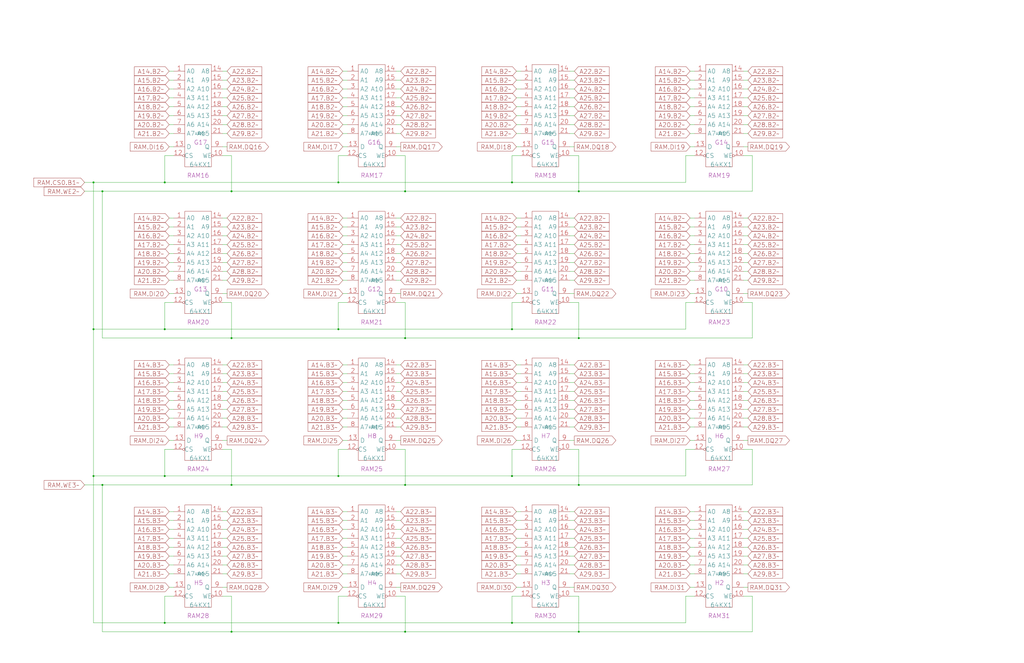
<source format=kicad_sch>
(kicad_sch (version 20211123) (generator eeschema)
  (paper "User" 584.2 378.46)
  (title_block (title "RAMS\\nBANK 0\\nBYTE 2 / BYTE 3") (date "22-SEP-90") (rev "2.0") (comment 1 "IOC") (comment 2 "232-003061") (comment 3 "S400") (comment 4 "RELEASED"))
  (wire (pts (xy 127 124.46) (xy 129.54 124.46)))
  (wire (pts (xy 127 129.54) (xy 129.54 129.54)))
  (wire (pts (xy 127 134.62) (xy 129.54 134.62)))
  (wire (pts (xy 127 139.7) (xy 129.54 139.7)))
  (wire (pts (xy 127 144.78) (xy 129.54 144.78)))
  (wire (pts (xy 127 149.86) (xy 129.54 149.86)))
  (wire (pts (xy 127 154.94) (xy 129.54 154.94)))
  (wire (pts (xy 127 160.02) (xy 129.54 160.02)))
  (wire (pts (xy 127 167.64) (xy 129.54 167.64)))
  (wire (pts (xy 127 172.72) (xy 132.08 172.72)))
  (wire (pts (xy 127 208.28) (xy 129.54 208.28)))
  (wire (pts (xy 127 213.36) (xy 129.54 213.36)))
  (wire (pts (xy 127 218.44) (xy 129.54 218.44)))
  (wire (pts (xy 127 223.52) (xy 129.54 223.52)))
  (wire (pts (xy 127 228.6) (xy 129.54 228.6)))
  (wire (pts (xy 127 233.68) (xy 129.54 233.68)))
  (wire (pts (xy 127 238.76) (xy 129.54 238.76)))
  (wire (pts (xy 127 243.84) (xy 129.54 243.84)))
  (wire (pts (xy 127 251.46) (xy 129.54 251.46)))
  (wire (pts (xy 127 256.54) (xy 132.08 256.54)))
  (wire (pts (xy 127 292.1) (xy 129.54 292.1)))
  (wire (pts (xy 127 297.18) (xy 129.54 297.18)))
  (wire (pts (xy 127 302.26) (xy 129.54 302.26)))
  (wire (pts (xy 127 307.34) (xy 129.54 307.34)))
  (wire (pts (xy 127 312.42) (xy 129.54 312.42)))
  (wire (pts (xy 127 317.5) (xy 129.54 317.5)))
  (wire (pts (xy 127 322.58) (xy 129.54 322.58)))
  (wire (pts (xy 127 327.66) (xy 129.54 327.66)))
  (wire (pts (xy 127 335.28) (xy 129.54 335.28)))
  (wire (pts (xy 127 340.36) (xy 132.08 340.36)))
  (wire (pts (xy 127 40.64) (xy 129.54 40.64)))
  (wire (pts (xy 127 45.72) (xy 129.54 45.72)))
  (wire (pts (xy 127 50.8) (xy 129.54 50.8)))
  (wire (pts (xy 127 55.88) (xy 129.54 55.88)))
  (wire (pts (xy 127 60.96) (xy 129.54 60.96)))
  (wire (pts (xy 127 66.04) (xy 129.54 66.04)))
  (wire (pts (xy 127 71.12) (xy 129.54 71.12)))
  (wire (pts (xy 127 76.2) (xy 129.54 76.2)))
  (wire (pts (xy 127 83.82) (xy 129.54 83.82)))
  (wire (pts (xy 127 88.9) (xy 132.08 88.9)))
  (wire (pts (xy 132.08 109.22) (xy 231.14 109.22)))
  (wire (pts (xy 132.08 172.72) (xy 132.08 193.04)))
  (wire (pts (xy 132.08 193.04) (xy 231.14 193.04)))
  (wire (pts (xy 132.08 193.04) (xy 58.42 193.04)))
  (wire (pts (xy 132.08 256.54) (xy 132.08 276.86)))
  (wire (pts (xy 132.08 276.86) (xy 231.14 276.86)))
  (wire (pts (xy 132.08 340.36) (xy 132.08 360.68)))
  (wire (pts (xy 132.08 360.68) (xy 58.42 360.68)))
  (wire (pts (xy 132.08 88.9) (xy 132.08 109.22)))
  (wire (pts (xy 193.04 104.14) (xy 292.1 104.14)))
  (wire (pts (xy 193.04 172.72) (xy 193.04 187.96)))
  (wire (pts (xy 193.04 187.96) (xy 292.1 187.96)))
  (wire (pts (xy 193.04 256.54) (xy 193.04 271.78)))
  (wire (pts (xy 193.04 271.78) (xy 93.98 271.78)))
  (wire (pts (xy 193.04 340.36) (xy 193.04 355.6)))
  (wire (pts (xy 193.04 355.6) (xy 292.1 355.6)))
  (wire (pts (xy 193.04 88.9) (xy 193.04 104.14)))
  (wire (pts (xy 195.58 124.46) (xy 198.12 124.46)))
  (wire (pts (xy 195.58 129.54) (xy 198.12 129.54)))
  (wire (pts (xy 195.58 134.62) (xy 198.12 134.62)))
  (wire (pts (xy 195.58 139.7) (xy 198.12 139.7)))
  (wire (pts (xy 195.58 144.78) (xy 198.12 144.78)))
  (wire (pts (xy 195.58 149.86) (xy 198.12 149.86)))
  (wire (pts (xy 195.58 154.94) (xy 198.12 154.94)))
  (wire (pts (xy 195.58 160.02) (xy 198.12 160.02)))
  (wire (pts (xy 195.58 167.64) (xy 198.12 167.64)))
  (wire (pts (xy 195.58 208.28) (xy 198.12 208.28)))
  (wire (pts (xy 195.58 213.36) (xy 198.12 213.36)))
  (wire (pts (xy 195.58 218.44) (xy 198.12 218.44)))
  (wire (pts (xy 195.58 223.52) (xy 198.12 223.52)))
  (wire (pts (xy 195.58 228.6) (xy 198.12 228.6)))
  (wire (pts (xy 195.58 233.68) (xy 198.12 233.68)))
  (wire (pts (xy 195.58 238.76) (xy 198.12 238.76)))
  (wire (pts (xy 195.58 243.84) (xy 198.12 243.84)))
  (wire (pts (xy 195.58 251.46) (xy 198.12 251.46)))
  (wire (pts (xy 195.58 292.1) (xy 198.12 292.1)))
  (wire (pts (xy 195.58 297.18) (xy 198.12 297.18)))
  (wire (pts (xy 195.58 302.26) (xy 198.12 302.26)))
  (wire (pts (xy 195.58 307.34) (xy 198.12 307.34)))
  (wire (pts (xy 195.58 312.42) (xy 198.12 312.42)))
  (wire (pts (xy 195.58 317.5) (xy 198.12 317.5)))
  (wire (pts (xy 195.58 322.58) (xy 198.12 322.58)))
  (wire (pts (xy 195.58 327.66) (xy 198.12 327.66)))
  (wire (pts (xy 195.58 335.28) (xy 198.12 335.28)))
  (wire (pts (xy 195.58 40.64) (xy 198.12 40.64)))
  (wire (pts (xy 195.58 45.72) (xy 198.12 45.72)))
  (wire (pts (xy 195.58 50.8) (xy 198.12 50.8)))
  (wire (pts (xy 195.58 55.88) (xy 198.12 55.88)))
  (wire (pts (xy 195.58 60.96) (xy 198.12 60.96)))
  (wire (pts (xy 195.58 66.04) (xy 198.12 66.04)))
  (wire (pts (xy 195.58 71.12) (xy 198.12 71.12)))
  (wire (pts (xy 195.58 76.2) (xy 198.12 76.2)))
  (wire (pts (xy 195.58 83.82) (xy 198.12 83.82)))
  (wire (pts (xy 198.12 172.72) (xy 193.04 172.72)))
  (wire (pts (xy 198.12 256.54) (xy 193.04 256.54)))
  (wire (pts (xy 198.12 340.36) (xy 193.04 340.36)))
  (wire (pts (xy 198.12 88.9) (xy 193.04 88.9)))
  (wire (pts (xy 226.06 124.46) (xy 228.6 124.46)))
  (wire (pts (xy 226.06 129.54) (xy 228.6 129.54)))
  (wire (pts (xy 226.06 134.62) (xy 228.6 134.62)))
  (wire (pts (xy 226.06 139.7) (xy 228.6 139.7)))
  (wire (pts (xy 226.06 144.78) (xy 228.6 144.78)))
  (wire (pts (xy 226.06 149.86) (xy 228.6 149.86)))
  (wire (pts (xy 226.06 154.94) (xy 228.6 154.94)))
  (wire (pts (xy 226.06 160.02) (xy 228.6 160.02)))
  (wire (pts (xy 226.06 167.64) (xy 228.6 167.64)))
  (wire (pts (xy 226.06 172.72) (xy 231.14 172.72)))
  (wire (pts (xy 226.06 208.28) (xy 228.6 208.28)))
  (wire (pts (xy 226.06 213.36) (xy 228.6 213.36)))
  (wire (pts (xy 226.06 218.44) (xy 228.6 218.44)))
  (wire (pts (xy 226.06 223.52) (xy 228.6 223.52)))
  (wire (pts (xy 226.06 228.6) (xy 228.6 228.6)))
  (wire (pts (xy 226.06 233.68) (xy 228.6 233.68)))
  (wire (pts (xy 226.06 238.76) (xy 228.6 238.76)))
  (wire (pts (xy 226.06 243.84) (xy 228.6 243.84)))
  (wire (pts (xy 226.06 251.46) (xy 228.6 251.46)))
  (wire (pts (xy 226.06 256.54) (xy 231.14 256.54)))
  (wire (pts (xy 226.06 292.1) (xy 228.6 292.1)))
  (wire (pts (xy 226.06 297.18) (xy 228.6 297.18)))
  (wire (pts (xy 226.06 302.26) (xy 228.6 302.26)))
  (wire (pts (xy 226.06 307.34) (xy 228.6 307.34)))
  (wire (pts (xy 226.06 312.42) (xy 228.6 312.42)))
  (wire (pts (xy 226.06 317.5) (xy 228.6 317.5)))
  (wire (pts (xy 226.06 322.58) (xy 228.6 322.58)))
  (wire (pts (xy 226.06 327.66) (xy 228.6 327.66)))
  (wire (pts (xy 226.06 335.28) (xy 228.6 335.28)))
  (wire (pts (xy 226.06 340.36) (xy 231.14 340.36)))
  (wire (pts (xy 226.06 40.64) (xy 228.6 40.64)))
  (wire (pts (xy 226.06 45.72) (xy 228.6 45.72)))
  (wire (pts (xy 226.06 50.8) (xy 228.6 50.8)))
  (wire (pts (xy 226.06 55.88) (xy 228.6 55.88)))
  (wire (pts (xy 226.06 60.96) (xy 228.6 60.96)))
  (wire (pts (xy 226.06 66.04) (xy 228.6 66.04)))
  (wire (pts (xy 226.06 71.12) (xy 228.6 71.12)))
  (wire (pts (xy 226.06 76.2) (xy 228.6 76.2)))
  (wire (pts (xy 226.06 83.82) (xy 228.6 83.82)))
  (wire (pts (xy 226.06 88.9) (xy 231.14 88.9)))
  (wire (pts (xy 231.14 109.22) (xy 330.2 109.22)))
  (wire (pts (xy 231.14 172.72) (xy 231.14 193.04)))
  (wire (pts (xy 231.14 193.04) (xy 330.2 193.04)))
  (wire (pts (xy 231.14 256.54) (xy 231.14 276.86)))
  (wire (pts (xy 231.14 276.86) (xy 330.2 276.86)))
  (wire (pts (xy 231.14 340.36) (xy 231.14 360.68)))
  (wire (pts (xy 231.14 360.68) (xy 132.08 360.68)))
  (wire (pts (xy 231.14 88.9) (xy 231.14 109.22)))
  (wire (pts (xy 292.1 104.14) (xy 391.16 104.14)))
  (wire (pts (xy 292.1 172.72) (xy 292.1 187.96)))
  (wire (pts (xy 292.1 187.96) (xy 391.16 187.96)))
  (wire (pts (xy 292.1 256.54) (xy 292.1 271.78)))
  (wire (pts (xy 292.1 271.78) (xy 193.04 271.78)))
  (wire (pts (xy 292.1 340.36) (xy 292.1 355.6)))
  (wire (pts (xy 292.1 355.6) (xy 391.16 355.6)))
  (wire (pts (xy 292.1 88.9) (xy 292.1 104.14)))
  (wire (pts (xy 294.64 124.46) (xy 297.18 124.46)))
  (wire (pts (xy 294.64 129.54) (xy 297.18 129.54)))
  (wire (pts (xy 294.64 134.62) (xy 297.18 134.62)))
  (wire (pts (xy 294.64 139.7) (xy 297.18 139.7)))
  (wire (pts (xy 294.64 144.78) (xy 297.18 144.78)))
  (wire (pts (xy 294.64 149.86) (xy 297.18 149.86)))
  (wire (pts (xy 294.64 154.94) (xy 297.18 154.94)))
  (wire (pts (xy 294.64 160.02) (xy 297.18 160.02)))
  (wire (pts (xy 294.64 167.64) (xy 297.18 167.64)))
  (wire (pts (xy 294.64 208.28) (xy 297.18 208.28)))
  (wire (pts (xy 294.64 213.36) (xy 297.18 213.36)))
  (wire (pts (xy 294.64 218.44) (xy 297.18 218.44)))
  (wire (pts (xy 294.64 223.52) (xy 297.18 223.52)))
  (wire (pts (xy 294.64 228.6) (xy 297.18 228.6)))
  (wire (pts (xy 294.64 233.68) (xy 297.18 233.68)))
  (wire (pts (xy 294.64 238.76) (xy 297.18 238.76)))
  (wire (pts (xy 294.64 243.84) (xy 297.18 243.84)))
  (wire (pts (xy 294.64 251.46) (xy 297.18 251.46)))
  (wire (pts (xy 294.64 292.1) (xy 297.18 292.1)))
  (wire (pts (xy 294.64 297.18) (xy 297.18 297.18)))
  (wire (pts (xy 294.64 302.26) (xy 297.18 302.26)))
  (wire (pts (xy 294.64 307.34) (xy 297.18 307.34)))
  (wire (pts (xy 294.64 312.42) (xy 297.18 312.42)))
  (wire (pts (xy 294.64 317.5) (xy 297.18 317.5)))
  (wire (pts (xy 294.64 322.58) (xy 297.18 322.58)))
  (wire (pts (xy 294.64 327.66) (xy 297.18 327.66)))
  (wire (pts (xy 294.64 335.28) (xy 297.18 335.28)))
  (wire (pts (xy 294.64 40.64) (xy 297.18 40.64)))
  (wire (pts (xy 294.64 45.72) (xy 297.18 45.72)))
  (wire (pts (xy 294.64 50.8) (xy 297.18 50.8)))
  (wire (pts (xy 294.64 55.88) (xy 297.18 55.88)))
  (wire (pts (xy 294.64 60.96) (xy 297.18 60.96)))
  (wire (pts (xy 294.64 66.04) (xy 297.18 66.04)))
  (wire (pts (xy 294.64 71.12) (xy 297.18 71.12)))
  (wire (pts (xy 294.64 76.2) (xy 297.18 76.2)))
  (wire (pts (xy 294.64 83.82) (xy 297.18 83.82)))
  (wire (pts (xy 297.18 172.72) (xy 292.1 172.72)))
  (wire (pts (xy 297.18 256.54) (xy 292.1 256.54)))
  (wire (pts (xy 297.18 340.36) (xy 292.1 340.36)))
  (wire (pts (xy 297.18 88.9) (xy 292.1 88.9)))
  (wire (pts (xy 325.12 124.46) (xy 327.66 124.46)))
  (wire (pts (xy 325.12 129.54) (xy 327.66 129.54)))
  (wire (pts (xy 325.12 134.62) (xy 327.66 134.62)))
  (wire (pts (xy 325.12 139.7) (xy 327.66 139.7)))
  (wire (pts (xy 325.12 144.78) (xy 327.66 144.78)))
  (wire (pts (xy 325.12 149.86) (xy 327.66 149.86)))
  (wire (pts (xy 325.12 154.94) (xy 327.66 154.94)))
  (wire (pts (xy 325.12 160.02) (xy 327.66 160.02)))
  (wire (pts (xy 325.12 167.64) (xy 327.66 167.64)))
  (wire (pts (xy 325.12 172.72) (xy 330.2 172.72)))
  (wire (pts (xy 325.12 208.28) (xy 327.66 208.28)))
  (wire (pts (xy 325.12 213.36) (xy 327.66 213.36)))
  (wire (pts (xy 325.12 218.44) (xy 327.66 218.44)))
  (wire (pts (xy 325.12 223.52) (xy 327.66 223.52)))
  (wire (pts (xy 325.12 228.6) (xy 327.66 228.6)))
  (wire (pts (xy 325.12 233.68) (xy 327.66 233.68)))
  (wire (pts (xy 325.12 238.76) (xy 327.66 238.76)))
  (wire (pts (xy 325.12 243.84) (xy 327.66 243.84)))
  (wire (pts (xy 325.12 251.46) (xy 327.66 251.46)))
  (wire (pts (xy 325.12 256.54) (xy 330.2 256.54)))
  (wire (pts (xy 325.12 292.1) (xy 327.66 292.1)))
  (wire (pts (xy 325.12 297.18) (xy 327.66 297.18)))
  (wire (pts (xy 325.12 302.26) (xy 327.66 302.26)))
  (wire (pts (xy 325.12 307.34) (xy 327.66 307.34)))
  (wire (pts (xy 325.12 312.42) (xy 327.66 312.42)))
  (wire (pts (xy 325.12 317.5) (xy 327.66 317.5)))
  (wire (pts (xy 325.12 322.58) (xy 327.66 322.58)))
  (wire (pts (xy 325.12 327.66) (xy 327.66 327.66)))
  (wire (pts (xy 325.12 335.28) (xy 327.66 335.28)))
  (wire (pts (xy 325.12 340.36) (xy 330.2 340.36)))
  (wire (pts (xy 325.12 40.64) (xy 327.66 40.64)))
  (wire (pts (xy 325.12 45.72) (xy 327.66 45.72)))
  (wire (pts (xy 325.12 50.8) (xy 327.66 50.8)))
  (wire (pts (xy 325.12 55.88) (xy 327.66 55.88)))
  (wire (pts (xy 325.12 60.96) (xy 327.66 60.96)))
  (wire (pts (xy 325.12 66.04) (xy 327.66 66.04)))
  (wire (pts (xy 325.12 71.12) (xy 327.66 71.12)))
  (wire (pts (xy 325.12 76.2) (xy 327.66 76.2)))
  (wire (pts (xy 325.12 83.82) (xy 327.66 83.82)))
  (wire (pts (xy 325.12 88.9) (xy 330.2 88.9)))
  (wire (pts (xy 330.2 109.22) (xy 429.26 109.22)))
  (wire (pts (xy 330.2 172.72) (xy 330.2 193.04)))
  (wire (pts (xy 330.2 193.04) (xy 429.26 193.04)))
  (wire (pts (xy 330.2 256.54) (xy 330.2 276.86)))
  (wire (pts (xy 330.2 276.86) (xy 429.26 276.86)))
  (wire (pts (xy 330.2 340.36) (xy 330.2 360.68)))
  (wire (pts (xy 330.2 360.68) (xy 231.14 360.68)))
  (wire (pts (xy 330.2 88.9) (xy 330.2 109.22)))
  (wire (pts (xy 391.16 172.72) (xy 391.16 187.96)))
  (wire (pts (xy 391.16 256.54) (xy 391.16 271.78)))
  (wire (pts (xy 391.16 271.78) (xy 292.1 271.78)))
  (wire (pts (xy 391.16 340.36) (xy 391.16 355.6)))
  (wire (pts (xy 391.16 88.9) (xy 391.16 104.14)))
  (wire (pts (xy 393.7 124.46) (xy 396.24 124.46)))
  (wire (pts (xy 393.7 129.54) (xy 396.24 129.54)))
  (wire (pts (xy 393.7 134.62) (xy 396.24 134.62)))
  (wire (pts (xy 393.7 139.7) (xy 396.24 139.7)))
  (wire (pts (xy 393.7 144.78) (xy 396.24 144.78)))
  (wire (pts (xy 393.7 149.86) (xy 396.24 149.86)))
  (wire (pts (xy 393.7 154.94) (xy 396.24 154.94)))
  (wire (pts (xy 393.7 160.02) (xy 396.24 160.02)))
  (wire (pts (xy 393.7 167.64) (xy 396.24 167.64)))
  (wire (pts (xy 393.7 208.28) (xy 396.24 208.28)))
  (wire (pts (xy 393.7 213.36) (xy 396.24 213.36)))
  (wire (pts (xy 393.7 218.44) (xy 396.24 218.44)))
  (wire (pts (xy 393.7 223.52) (xy 396.24 223.52)))
  (wire (pts (xy 393.7 228.6) (xy 396.24 228.6)))
  (wire (pts (xy 393.7 233.68) (xy 396.24 233.68)))
  (wire (pts (xy 393.7 238.76) (xy 396.24 238.76)))
  (wire (pts (xy 393.7 243.84) (xy 396.24 243.84)))
  (wire (pts (xy 393.7 251.46) (xy 396.24 251.46)))
  (wire (pts (xy 393.7 292.1) (xy 396.24 292.1)))
  (wire (pts (xy 393.7 297.18) (xy 396.24 297.18)))
  (wire (pts (xy 393.7 302.26) (xy 396.24 302.26)))
  (wire (pts (xy 393.7 307.34) (xy 396.24 307.34)))
  (wire (pts (xy 393.7 312.42) (xy 396.24 312.42)))
  (wire (pts (xy 393.7 317.5) (xy 396.24 317.5)))
  (wire (pts (xy 393.7 322.58) (xy 396.24 322.58)))
  (wire (pts (xy 393.7 327.66) (xy 396.24 327.66)))
  (wire (pts (xy 393.7 335.28) (xy 396.24 335.28)))
  (wire (pts (xy 393.7 40.64) (xy 396.24 40.64)))
  (wire (pts (xy 393.7 45.72) (xy 396.24 45.72)))
  (wire (pts (xy 393.7 50.8) (xy 396.24 50.8)))
  (wire (pts (xy 393.7 55.88) (xy 396.24 55.88)))
  (wire (pts (xy 393.7 60.96) (xy 396.24 60.96)))
  (wire (pts (xy 393.7 66.04) (xy 396.24 66.04)))
  (wire (pts (xy 393.7 71.12) (xy 396.24 71.12)))
  (wire (pts (xy 393.7 76.2) (xy 396.24 76.2)))
  (wire (pts (xy 393.7 83.82) (xy 396.24 83.82)))
  (wire (pts (xy 396.24 172.72) (xy 391.16 172.72)))
  (wire (pts (xy 396.24 256.54) (xy 391.16 256.54)))
  (wire (pts (xy 396.24 340.36) (xy 391.16 340.36)))
  (wire (pts (xy 396.24 88.9) (xy 391.16 88.9)))
  (wire (pts (xy 424.18 124.46) (xy 426.72 124.46)))
  (wire (pts (xy 424.18 129.54) (xy 426.72 129.54)))
  (wire (pts (xy 424.18 134.62) (xy 426.72 134.62)))
  (wire (pts (xy 424.18 139.7) (xy 426.72 139.7)))
  (wire (pts (xy 424.18 144.78) (xy 426.72 144.78)))
  (wire (pts (xy 424.18 149.86) (xy 426.72 149.86)))
  (wire (pts (xy 424.18 154.94) (xy 426.72 154.94)))
  (wire (pts (xy 424.18 160.02) (xy 426.72 160.02)))
  (wire (pts (xy 424.18 167.64) (xy 426.72 167.64)))
  (wire (pts (xy 424.18 172.72) (xy 429.26 172.72)))
  (wire (pts (xy 424.18 208.28) (xy 426.72 208.28)))
  (wire (pts (xy 424.18 213.36) (xy 426.72 213.36)))
  (wire (pts (xy 424.18 218.44) (xy 426.72 218.44)))
  (wire (pts (xy 424.18 223.52) (xy 426.72 223.52)))
  (wire (pts (xy 424.18 228.6) (xy 426.72 228.6)))
  (wire (pts (xy 424.18 233.68) (xy 426.72 233.68)))
  (wire (pts (xy 424.18 238.76) (xy 426.72 238.76)))
  (wire (pts (xy 424.18 243.84) (xy 426.72 243.84)))
  (wire (pts (xy 424.18 251.46) (xy 426.72 251.46)))
  (wire (pts (xy 424.18 256.54) (xy 429.26 256.54)))
  (wire (pts (xy 424.18 292.1) (xy 426.72 292.1)))
  (wire (pts (xy 424.18 297.18) (xy 426.72 297.18)))
  (wire (pts (xy 424.18 302.26) (xy 426.72 302.26)))
  (wire (pts (xy 424.18 307.34) (xy 426.72 307.34)))
  (wire (pts (xy 424.18 312.42) (xy 426.72 312.42)))
  (wire (pts (xy 424.18 317.5) (xy 426.72 317.5)))
  (wire (pts (xy 424.18 322.58) (xy 426.72 322.58)))
  (wire (pts (xy 424.18 327.66) (xy 426.72 327.66)))
  (wire (pts (xy 424.18 335.28) (xy 426.72 335.28)))
  (wire (pts (xy 424.18 340.36) (xy 429.26 340.36)))
  (wire (pts (xy 424.18 40.64) (xy 426.72 40.64)))
  (wire (pts (xy 424.18 45.72) (xy 426.72 45.72)))
  (wire (pts (xy 424.18 50.8) (xy 426.72 50.8)))
  (wire (pts (xy 424.18 55.88) (xy 426.72 55.88)))
  (wire (pts (xy 424.18 60.96) (xy 426.72 60.96)))
  (wire (pts (xy 424.18 66.04) (xy 426.72 66.04)))
  (wire (pts (xy 424.18 71.12) (xy 426.72 71.12)))
  (wire (pts (xy 424.18 76.2) (xy 426.72 76.2)))
  (wire (pts (xy 424.18 83.82) (xy 426.72 83.82)))
  (wire (pts (xy 424.18 88.9) (xy 429.26 88.9)))
  (wire (pts (xy 429.26 172.72) (xy 429.26 193.04)))
  (wire (pts (xy 429.26 256.54) (xy 429.26 276.86)))
  (wire (pts (xy 429.26 340.36) (xy 429.26 360.68)))
  (wire (pts (xy 429.26 360.68) (xy 330.2 360.68)))
  (wire (pts (xy 429.26 88.9) (xy 429.26 109.22)))
  (wire (pts (xy 48.26 104.14) (xy 53.34 104.14)))
  (wire (pts (xy 48.26 109.22) (xy 58.42 109.22)))
  (wire (pts (xy 48.26 276.86) (xy 58.42 276.86)))
  (wire (pts (xy 53.34 104.14) (xy 93.98 104.14)))
  (wire (pts (xy 53.34 187.96) (xy 53.34 104.14)))
  (wire (pts (xy 53.34 187.96) (xy 53.34 271.78)))
  (wire (pts (xy 53.34 271.78) (xy 53.34 355.6)))
  (wire (pts (xy 53.34 355.6) (xy 93.98 355.6)))
  (wire (pts (xy 58.42 109.22) (xy 132.08 109.22)))
  (wire (pts (xy 58.42 193.04) (xy 58.42 109.22)))
  (wire (pts (xy 58.42 276.86) (xy 132.08 276.86)))
  (wire (pts (xy 58.42 360.68) (xy 58.42 276.86)))
  (wire (pts (xy 93.98 104.14) (xy 193.04 104.14)))
  (wire (pts (xy 93.98 172.72) (xy 93.98 187.96)))
  (wire (pts (xy 93.98 187.96) (xy 193.04 187.96)))
  (wire (pts (xy 93.98 187.96) (xy 53.34 187.96)))
  (wire (pts (xy 93.98 256.54) (xy 93.98 271.78)))
  (wire (pts (xy 93.98 271.78) (xy 53.34 271.78)))
  (wire (pts (xy 93.98 340.36) (xy 93.98 355.6)))
  (wire (pts (xy 93.98 355.6) (xy 193.04 355.6)))
  (wire (pts (xy 93.98 88.9) (xy 93.98 104.14)))
  (wire (pts (xy 96.52 124.46) (xy 99.06 124.46)))
  (wire (pts (xy 96.52 129.54) (xy 99.06 129.54)))
  (wire (pts (xy 96.52 134.62) (xy 99.06 134.62)))
  (wire (pts (xy 96.52 139.7) (xy 99.06 139.7)))
  (wire (pts (xy 96.52 144.78) (xy 99.06 144.78)))
  (wire (pts (xy 96.52 149.86) (xy 99.06 149.86)))
  (wire (pts (xy 96.52 154.94) (xy 99.06 154.94)))
  (wire (pts (xy 96.52 160.02) (xy 99.06 160.02)))
  (wire (pts (xy 96.52 167.64) (xy 99.06 167.64)))
  (wire (pts (xy 96.52 208.28) (xy 99.06 208.28)))
  (wire (pts (xy 96.52 213.36) (xy 99.06 213.36)))
  (wire (pts (xy 96.52 218.44) (xy 99.06 218.44)))
  (wire (pts (xy 96.52 223.52) (xy 99.06 223.52)))
  (wire (pts (xy 96.52 228.6) (xy 99.06 228.6)))
  (wire (pts (xy 96.52 233.68) (xy 99.06 233.68)))
  (wire (pts (xy 96.52 238.76) (xy 99.06 238.76)))
  (wire (pts (xy 96.52 243.84) (xy 99.06 243.84)))
  (wire (pts (xy 96.52 251.46) (xy 99.06 251.46)))
  (wire (pts (xy 96.52 292.1) (xy 99.06 292.1)))
  (wire (pts (xy 96.52 297.18) (xy 99.06 297.18)))
  (wire (pts (xy 96.52 302.26) (xy 99.06 302.26)))
  (wire (pts (xy 96.52 307.34) (xy 99.06 307.34)))
  (wire (pts (xy 96.52 312.42) (xy 99.06 312.42)))
  (wire (pts (xy 96.52 317.5) (xy 99.06 317.5)))
  (wire (pts (xy 96.52 322.58) (xy 99.06 322.58)))
  (wire (pts (xy 96.52 327.66) (xy 99.06 327.66)))
  (wire (pts (xy 96.52 335.28) (xy 99.06 335.28)))
  (wire (pts (xy 96.52 40.64) (xy 99.06 40.64)))
  (wire (pts (xy 96.52 45.72) (xy 99.06 45.72)))
  (wire (pts (xy 96.52 50.8) (xy 99.06 50.8)))
  (wire (pts (xy 96.52 55.88) (xy 99.06 55.88)))
  (wire (pts (xy 96.52 60.96) (xy 99.06 60.96)))
  (wire (pts (xy 96.52 66.04) (xy 99.06 66.04)))
  (wire (pts (xy 96.52 71.12) (xy 99.06 71.12)))
  (wire (pts (xy 96.52 76.2) (xy 99.06 76.2)))
  (wire (pts (xy 96.52 83.82) (xy 99.06 83.82)))
  (wire (pts (xy 99.06 172.72) (xy 93.98 172.72)))
  (wire (pts (xy 99.06 256.54) (xy 93.98 256.54)))
  (wire (pts (xy 99.06 340.36) (xy 93.98 340.36)))
  (wire (pts (xy 99.06 88.9) (xy 93.98 88.9)))
  (global_label "RAM.CS0.B1~" (shape input) (at 48.26 104.14 180) (effects (font (size 2.54 2.54))) (property "Intersheet References" "${INTERSHEET_REFS}" (at 18.8625 103.9813 0) (effects (font (size 2.54 2.54)) (justify right))))
  (global_label "RAM.WE2~" (shape input) (at 48.26 109.22 180) (effects (font (size 2.54 2.54))) (property "Intersheet References" "${INTERSHEET_REFS}" (at 24.7892 109.0613 0) (effects (font (size 2.54 2.54)) (justify right))))
  (global_label "RAM.WE3~" (shape input) (at 48.26 276.86 180) (effects (font (size 2.54 2.54))) (property "Intersheet References" "${INTERSHEET_REFS}" (at 24.7892 276.7013 0) (effects (font (size 2.54 2.54)) (justify right))))
  (junction (at 53.34 104.14))
  (junction (at 53.34 187.96))
  (junction (at 53.34 271.78))
  (junction (at 58.42 109.22))
  (junction (at 58.42 276.86))
  (junction (at 93.98 104.14))
  (junction (at 93.98 187.96))
  (junction (at 93.98 271.78))
  (junction (at 93.98 355.6))
  (global_label "A14.B2~" (shape input) (at 96.52 40.64 180) (effects (font (size 2.54 2.54))) (property "Intersheet References" "${INTERSHEET_REFS}" (at 76.3149 40.4813 0) (effects (font (size 2.54 2.54)) (justify right))))
  (global_label "A15.B2~" (shape input) (at 96.52 45.72 180) (effects (font (size 2.54 2.54))) (property "Intersheet References" "${INTERSHEET_REFS}" (at 76.073 45.5613 0) (effects (font (size 2.54 2.54)) (justify right))))
  (global_label "A16.B2~" (shape input) (at 96.52 50.8 180) (effects (font (size 2.54 2.54))) (property "Intersheet References" "${INTERSHEET_REFS}" (at 76.3149 50.6413 0) (effects (font (size 2.54 2.54)) (justify right))))
  (global_label "A17.B2~" (shape input) (at 96.52 55.88 180) (effects (font (size 2.54 2.54))) (property "Intersheet References" "${INTERSHEET_REFS}" (at 76.073 55.7213 0) (effects (font (size 2.54 2.54)) (justify right))))
  (global_label "A18.B2~" (shape input) (at 96.52 60.96 180) (effects (font (size 2.54 2.54))) (property "Intersheet References" "${INTERSHEET_REFS}" (at 76.073 60.8013 0) (effects (font (size 2.54 2.54)) (justify right))))
  (global_label "A19.B2~" (shape input) (at 96.52 66.04 180) (effects (font (size 2.54 2.54))) (property "Intersheet References" "${INTERSHEET_REFS}" (at 76.073 65.8813 0) (effects (font (size 2.54 2.54)) (justify right))))
  (global_label "A20.B2~" (shape input) (at 96.52 71.12 180) (effects (font (size 2.54 2.54))) (property "Intersheet References" "${INTERSHEET_REFS}" (at 76.073 70.9613 0) (effects (font (size 2.54 2.54)) (justify right))))
  (global_label "A21.B2~" (shape input) (at 96.52 76.2 180) (effects (font (size 2.54 2.54))) (property "Intersheet References" "${INTERSHEET_REFS}" (at 76.073 76.0413 0) (effects (font (size 2.54 2.54)) (justify right))))
  (global_label "RAM.DI16" (shape input) (at 96.52 83.82 180) (effects (font (size 2.54 2.54))) (property "Intersheet References" "${INTERSHEET_REFS}" (at 73.8959 83.6613 0) (effects (font (size 2.54 2.54)) (justify right))))
  (global_label "A14.B2~" (shape input) (at 96.52 124.46 180) (effects (font (size 2.54 2.54))) (property "Intersheet References" "${INTERSHEET_REFS}" (at 76.3149 124.3013 0) (effects (font (size 2.54 2.54)) (justify right))))
  (global_label "A15.B2~" (shape input) (at 96.52 129.54 180) (effects (font (size 2.54 2.54))) (property "Intersheet References" "${INTERSHEET_REFS}" (at 76.073 129.3813 0) (effects (font (size 2.54 2.54)) (justify right))))
  (global_label "A16.B2~" (shape input) (at 96.52 134.62 180) (effects (font (size 2.54 2.54))) (property "Intersheet References" "${INTERSHEET_REFS}" (at 76.3149 134.4613 0) (effects (font (size 2.54 2.54)) (justify right))))
  (global_label "A17.B2~" (shape input) (at 96.52 139.7 180) (effects (font (size 2.54 2.54))) (property "Intersheet References" "${INTERSHEET_REFS}" (at 76.073 139.5413 0) (effects (font (size 2.54 2.54)) (justify right))))
  (global_label "A18.B2~" (shape input) (at 96.52 144.78 180) (effects (font (size 2.54 2.54))) (property "Intersheet References" "${INTERSHEET_REFS}" (at 76.073 144.6213 0) (effects (font (size 2.54 2.54)) (justify right))))
  (global_label "A19.B2~" (shape input) (at 96.52 149.86 180) (effects (font (size 2.54 2.54))) (property "Intersheet References" "${INTERSHEET_REFS}" (at 76.073 149.7013 0) (effects (font (size 2.54 2.54)) (justify right))))
  (global_label "A20.B2~" (shape input) (at 96.52 154.94 180) (effects (font (size 2.54 2.54))) (property "Intersheet References" "${INTERSHEET_REFS}" (at 76.073 154.7813 0) (effects (font (size 2.54 2.54)) (justify right))))
  (global_label "A21.B2~" (shape input) (at 96.52 160.02 180) (effects (font (size 2.54 2.54))) (property "Intersheet References" "${INTERSHEET_REFS}" (at 76.073 159.8613 0) (effects (font (size 2.54 2.54)) (justify right))))
  (global_label "RAM.DI20" (shape input) (at 96.52 167.64 180) (effects (font (size 2.54 2.54))) (property "Intersheet References" "${INTERSHEET_REFS}" (at 73.8959 167.4813 0) (effects (font (size 2.54 2.54)) (justify right))))
  (global_label "A14.B3~" (shape input) (at 96.52 208.28 180) (effects (font (size 2.54 2.54))) (property "Intersheet References" "${INTERSHEET_REFS}" (at 76.3149 208.1213 0) (effects (font (size 2.54 2.54)) (justify right))))
  (global_label "A15.B3~" (shape input) (at 96.52 213.36 180) (effects (font (size 2.54 2.54))) (property "Intersheet References" "${INTERSHEET_REFS}" (at 76.073 213.2013 0) (effects (font (size 2.54 2.54)) (justify right))))
  (global_label "A16.B3~" (shape input) (at 96.52 218.44 180) (effects (font (size 2.54 2.54))) (property "Intersheet References" "${INTERSHEET_REFS}" (at 76.3149 218.2813 0) (effects (font (size 2.54 2.54)) (justify right))))
  (global_label "A17.B3~" (shape input) (at 96.52 223.52 180) (effects (font (size 2.54 2.54))) (property "Intersheet References" "${INTERSHEET_REFS}" (at 76.073 223.3613 0) (effects (font (size 2.54 2.54)) (justify right))))
  (global_label "A18.B3~" (shape input) (at 96.52 228.6 180) (effects (font (size 2.54 2.54))) (property "Intersheet References" "${INTERSHEET_REFS}" (at 76.073 228.4413 0) (effects (font (size 2.54 2.54)) (justify right))))
  (global_label "A19.B3~" (shape input) (at 96.52 233.68 180) (effects (font (size 2.54 2.54))) (property "Intersheet References" "${INTERSHEET_REFS}" (at 76.073 233.5213 0) (effects (font (size 2.54 2.54)) (justify right))))
  (global_label "A20.B3~" (shape input) (at 96.52 238.76 180) (effects (font (size 2.54 2.54))) (property "Intersheet References" "${INTERSHEET_REFS}" (at 76.073 238.6013 0) (effects (font (size 2.54 2.54)) (justify right))))
  (global_label "A21.B3~" (shape input) (at 96.52 243.84 180) (effects (font (size 2.54 2.54))) (property "Intersheet References" "${INTERSHEET_REFS}" (at 76.073 243.6813 0) (effects (font (size 2.54 2.54)) (justify right))))
  (global_label "RAM.DI24" (shape input) (at 96.52 251.46 180) (effects (font (size 2.54 2.54))) (property "Intersheet References" "${INTERSHEET_REFS}" (at 73.8959 251.3013 0) (effects (font (size 2.54 2.54)) (justify right))))
  (global_label "A14.B3~" (shape input) (at 96.52 292.1 180) (effects (font (size 2.54 2.54))) (property "Intersheet References" "${INTERSHEET_REFS}" (at 76.3149 291.9413 0) (effects (font (size 2.54 2.54)) (justify right))))
  (global_label "A15.B3~" (shape input) (at 96.52 297.18 180) (effects (font (size 2.54 2.54))) (property "Intersheet References" "${INTERSHEET_REFS}" (at 76.073 297.0213 0) (effects (font (size 2.54 2.54)) (justify right))))
  (global_label "A16.B3~" (shape input) (at 96.52 302.26 180) (effects (font (size 2.54 2.54))) (property "Intersheet References" "${INTERSHEET_REFS}" (at 76.3149 302.1013 0) (effects (font (size 2.54 2.54)) (justify right))))
  (global_label "A17.B3~" (shape input) (at 96.52 307.34 180) (effects (font (size 2.54 2.54))) (property "Intersheet References" "${INTERSHEET_REFS}" (at 76.073 307.1813 0) (effects (font (size 2.54 2.54)) (justify right))))
  (global_label "A18.B3~" (shape input) (at 96.52 312.42 180) (effects (font (size 2.54 2.54))) (property "Intersheet References" "${INTERSHEET_REFS}" (at 76.073 312.2613 0) (effects (font (size 2.54 2.54)) (justify right))))
  (global_label "A19.B3~" (shape input) (at 96.52 317.5 180) (effects (font (size 2.54 2.54))) (property "Intersheet References" "${INTERSHEET_REFS}" (at 76.073 317.3413 0) (effects (font (size 2.54 2.54)) (justify right))))
  (global_label "A20.B3~" (shape input) (at 96.52 322.58 180) (effects (font (size 2.54 2.54))) (property "Intersheet References" "${INTERSHEET_REFS}" (at 76.073 322.4213 0) (effects (font (size 2.54 2.54)) (justify right))))
  (global_label "A21.B3~" (shape input) (at 96.52 327.66 180) (effects (font (size 2.54 2.54))) (property "Intersheet References" "${INTERSHEET_REFS}" (at 76.073 327.5013 0) (effects (font (size 2.54 2.54)) (justify right))))
  (global_label "RAM.DI28" (shape input) (at 96.52 335.28 180) (effects (font (size 2.54 2.54))) (property "Intersheet References" "${INTERSHEET_REFS}" (at 73.8959 335.1213 0) (effects (font (size 2.54 2.54)) (justify right))))
  (symbol (lib_id "r1000:64KX1") (at 111.76 81.28 0) (unit 1)
    (property "Reference" "U3301" (at 114.3 76.2 0))
    (property "Value" "64KX1" (at 107.95 93.98 0) (effects (font (size 2.54 2.54)) (justify left)))
    (property "Location" "G17" (at 110.49 81.28 0) (effects (font (size 2.54 2.54)) (justify left)))
    (property "Name" "RAM16" (at 113.03 101.6 0) (effects (font (size 2.54 2.54)) (justify bottom)))
  )
  (symbol (lib_id "r1000:64KX1") (at 111.76 165.1 0) (unit 1)
    (property "Reference" "U3302" (at 114.3 160.02 0))
    (property "Value" "64KX1" (at 107.95 177.8 0) (effects (font (size 2.54 2.54)) (justify left)))
    (property "Location" "G13" (at 110.49 165.1 0) (effects (font (size 2.54 2.54)) (justify left)))
    (property "Name" "RAM20" (at 113.03 185.42 0) (effects (font (size 2.54 2.54)) (justify bottom)))
  )
  (symbol (lib_id "r1000:64KX1") (at 111.76 248.92 0) (unit 1)
    (property "Reference" "U3303" (at 114.3 243.84 0))
    (property "Value" "64KX1" (at 107.95 261.62 0) (effects (font (size 2.54 2.54)) (justify left)))
    (property "Location" "H9" (at 110.49 248.92 0) (effects (font (size 2.54 2.54)) (justify left)))
    (property "Name" "RAM24" (at 113.03 269.24 0) (effects (font (size 2.54 2.54)) (justify bottom)))
  )
  (symbol (lib_id "r1000:64KX1") (at 111.76 332.74 0) (unit 1)
    (property "Reference" "U3304" (at 114.3 327.66 0))
    (property "Value" "64KX1" (at 107.95 345.44 0) (effects (font (size 2.54 2.54)) (justify left)))
    (property "Location" "H5" (at 110.49 332.74 0) (effects (font (size 2.54 2.54)) (justify left)))
    (property "Name" "RAM28" (at 113.03 353.06 0) (effects (font (size 2.54 2.54)) (justify bottom)))
  )
  (global_label "A22.B2~" (shape input) (at 129.54 40.64 0) (effects (font (size 2.54 2.54))) (property "Intersheet References" "${INTERSHEET_REFS}" (at 149.7451 40.4813 0) (effects (font (size 2.54 2.54)) (justify left))))
  (global_label "A23.B2~" (shape input) (at 129.54 45.72 0) (effects (font (size 2.54 2.54))) (property "Intersheet References" "${INTERSHEET_REFS}" (at 149.987 45.5613 0) (effects (font (size 2.54 2.54)) (justify left))))
  (global_label "A24.B2~" (shape input) (at 129.54 50.8 0) (effects (font (size 2.54 2.54))) (property "Intersheet References" "${INTERSHEET_REFS}" (at 149.987 50.6413 0) (effects (font (size 2.54 2.54)) (justify left))))
  (global_label "A25.B2~" (shape input) (at 129.54 55.88 0) (effects (font (size 2.54 2.54))) (property "Intersheet References" "${INTERSHEET_REFS}" (at 149.987 55.7213 0) (effects (font (size 2.54 2.54)) (justify left))))
  (global_label "A26.B2~" (shape input) (at 129.54 60.96 0) (effects (font (size 2.54 2.54))) (property "Intersheet References" "${INTERSHEET_REFS}" (at 149.987 60.8013 0) (effects (font (size 2.54 2.54)) (justify left))))
  (global_label "A27.B2~" (shape input) (at 129.54 66.04 0) (effects (font (size 2.54 2.54))) (property "Intersheet References" "${INTERSHEET_REFS}" (at 149.987 65.8813 0) (effects (font (size 2.54 2.54)) (justify left))))
  (global_label "A28.B2~" (shape input) (at 129.54 71.12 0) (effects (font (size 2.54 2.54))) (property "Intersheet References" "${INTERSHEET_REFS}" (at 149.987 70.9613 0) (effects (font (size 2.54 2.54)) (justify left))))
  (global_label "A29.B2~" (shape input) (at 129.54 76.2 0) (effects (font (size 2.54 2.54))) (property "Intersheet References" "${INTERSHEET_REFS}" (at 149.987 76.0413 0) (effects (font (size 2.54 2.54)) (justify left))))
  (global_label "RAM.DQ16" (shape output) (at 129.54 83.82 0) (effects (font (size 2.54 2.54))) (property "Intersheet References" "${INTERSHEET_REFS}" (at 153.6156 83.6613 0) (effects (font (size 2.54 2.54)) (justify left))))
  (global_label "A22.B2~" (shape input) (at 129.54 124.46 0) (effects (font (size 2.54 2.54))) (property "Intersheet References" "${INTERSHEET_REFS}" (at 149.7451 124.3013 0) (effects (font (size 2.54 2.54)) (justify left))))
  (global_label "A23.B2~" (shape input) (at 129.54 129.54 0) (effects (font (size 2.54 2.54))) (property "Intersheet References" "${INTERSHEET_REFS}" (at 149.987 129.3813 0) (effects (font (size 2.54 2.54)) (justify left))))
  (global_label "A24.B2~" (shape input) (at 129.54 134.62 0) (effects (font (size 2.54 2.54))) (property "Intersheet References" "${INTERSHEET_REFS}" (at 149.987 134.4613 0) (effects (font (size 2.54 2.54)) (justify left))))
  (global_label "A25.B2~" (shape input) (at 129.54 139.7 0) (effects (font (size 2.54 2.54))) (property "Intersheet References" "${INTERSHEET_REFS}" (at 149.987 139.5413 0) (effects (font (size 2.54 2.54)) (justify left))))
  (global_label "A26.B2~" (shape input) (at 129.54 144.78 0) (effects (font (size 2.54 2.54))) (property "Intersheet References" "${INTERSHEET_REFS}" (at 149.987 144.6213 0) (effects (font (size 2.54 2.54)) (justify left))))
  (global_label "A27.B2~" (shape input) (at 129.54 149.86 0) (effects (font (size 2.54 2.54))) (property "Intersheet References" "${INTERSHEET_REFS}" (at 149.987 149.7013 0) (effects (font (size 2.54 2.54)) (justify left))))
  (global_label "A28.B2~" (shape input) (at 129.54 154.94 0) (effects (font (size 2.54 2.54))) (property "Intersheet References" "${INTERSHEET_REFS}" (at 149.987 154.7813 0) (effects (font (size 2.54 2.54)) (justify left))))
  (global_label "A29.B2~" (shape input) (at 129.54 160.02 0) (effects (font (size 2.54 2.54))) (property "Intersheet References" "${INTERSHEET_REFS}" (at 149.987 159.8613 0) (effects (font (size 2.54 2.54)) (justify left))))
  (global_label "RAM.DQ20" (shape output) (at 129.54 167.64 0) (effects (font (size 2.54 2.54))) (property "Intersheet References" "${INTERSHEET_REFS}" (at 153.6156 167.4813 0) (effects (font (size 2.54 2.54)) (justify left))))
  (global_label "A22.B3~" (shape input) (at 129.54 208.28 0) (effects (font (size 2.54 2.54))) (property "Intersheet References" "${INTERSHEET_REFS}" (at 149.7451 208.1213 0) (effects (font (size 2.54 2.54)) (justify left))))
  (global_label "A23.B3~" (shape input) (at 129.54 213.36 0) (effects (font (size 2.54 2.54))) (property "Intersheet References" "${INTERSHEET_REFS}" (at 149.987 213.2013 0) (effects (font (size 2.54 2.54)) (justify left))))
  (global_label "A24.B3~" (shape input) (at 129.54 218.44 0) (effects (font (size 2.54 2.54))) (property "Intersheet References" "${INTERSHEET_REFS}" (at 149.987 218.2813 0) (effects (font (size 2.54 2.54)) (justify left))))
  (global_label "A25.B3~" (shape input) (at 129.54 223.52 0) (effects (font (size 2.54 2.54))) (property "Intersheet References" "${INTERSHEET_REFS}" (at 149.987 223.3613 0) (effects (font (size 2.54 2.54)) (justify left))))
  (global_label "A26.B3~" (shape input) (at 129.54 228.6 0) (effects (font (size 2.54 2.54))) (property "Intersheet References" "${INTERSHEET_REFS}" (at 149.987 228.4413 0) (effects (font (size 2.54 2.54)) (justify left))))
  (global_label "A27.B3~" (shape input) (at 129.54 233.68 0) (effects (font (size 2.54 2.54))) (property "Intersheet References" "${INTERSHEET_REFS}" (at 149.987 233.5213 0) (effects (font (size 2.54 2.54)) (justify left))))
  (global_label "A28.B3~" (shape input) (at 129.54 238.76 0) (effects (font (size 2.54 2.54))) (property "Intersheet References" "${INTERSHEET_REFS}" (at 149.987 238.6013 0) (effects (font (size 2.54 2.54)) (justify left))))
  (global_label "A29.B3~" (shape input) (at 129.54 243.84 0) (effects (font (size 2.54 2.54))) (property "Intersheet References" "${INTERSHEET_REFS}" (at 149.987 243.6813 0) (effects (font (size 2.54 2.54)) (justify left))))
  (global_label "RAM.DQ24" (shape output) (at 129.54 251.46 0) (effects (font (size 2.54 2.54))) (property "Intersheet References" "${INTERSHEET_REFS}" (at 153.6156 251.3013 0) (effects (font (size 2.54 2.54)) (justify left))))
  (global_label "A22.B3~" (shape input) (at 129.54 292.1 0) (effects (font (size 2.54 2.54))) (property "Intersheet References" "${INTERSHEET_REFS}" (at 149.7451 291.9413 0) (effects (font (size 2.54 2.54)) (justify left))))
  (global_label "A23.B3~" (shape input) (at 129.54 297.18 0) (effects (font (size 2.54 2.54))) (property "Intersheet References" "${INTERSHEET_REFS}" (at 149.987 297.0213 0) (effects (font (size 2.54 2.54)) (justify left))))
  (global_label "A24.B3~" (shape input) (at 129.54 302.26 0) (effects (font (size 2.54 2.54))) (property "Intersheet References" "${INTERSHEET_REFS}" (at 149.987 302.1013 0) (effects (font (size 2.54 2.54)) (justify left))))
  (global_label "A25.B3~" (shape input) (at 129.54 307.34 0) (effects (font (size 2.54 2.54))) (property "Intersheet References" "${INTERSHEET_REFS}" (at 149.987 307.1813 0) (effects (font (size 2.54 2.54)) (justify left))))
  (global_label "A26.B3~" (shape input) (at 129.54 312.42 0) (effects (font (size 2.54 2.54))) (property "Intersheet References" "${INTERSHEET_REFS}" (at 149.987 312.2613 0) (effects (font (size 2.54 2.54)) (justify left))))
  (global_label "A27.B3~" (shape input) (at 129.54 317.5 0) (effects (font (size 2.54 2.54))) (property "Intersheet References" "${INTERSHEET_REFS}" (at 149.987 317.3413 0) (effects (font (size 2.54 2.54)) (justify left))))
  (global_label "A28.B3~" (shape input) (at 129.54 322.58 0) (effects (font (size 2.54 2.54))) (property "Intersheet References" "${INTERSHEET_REFS}" (at 149.987 322.4213 0) (effects (font (size 2.54 2.54)) (justify left))))
  (global_label "A29.B3~" (shape input) (at 129.54 327.66 0) (effects (font (size 2.54 2.54))) (property "Intersheet References" "${INTERSHEET_REFS}" (at 149.987 327.5013 0) (effects (font (size 2.54 2.54)) (justify left))))
  (global_label "RAM.DQ28" (shape output) (at 129.54 335.28 0) (effects (font (size 2.54 2.54))) (property "Intersheet References" "${INTERSHEET_REFS}" (at 153.6156 335.1213 0) (effects (font (size 2.54 2.54)) (justify left))))
  (junction (at 132.08 109.22))
  (junction (at 132.08 193.04))
  (junction (at 132.08 276.86))
  (junction (at 132.08 360.68))
  (junction (at 193.04 104.14))
  (junction (at 193.04 187.96))
  (junction (at 193.04 271.78))
  (junction (at 193.04 355.6))
  (global_label "A14.B2~" (shape input) (at 195.58 40.64 180) (effects (font (size 2.54 2.54))) (property "Intersheet References" "${INTERSHEET_REFS}" (at 175.3749 40.4813 0) (effects (font (size 2.54 2.54)) (justify right))))
  (global_label "A15.B2~" (shape input) (at 195.58 45.72 180) (effects (font (size 2.54 2.54))) (property "Intersheet References" "${INTERSHEET_REFS}" (at 175.133 45.5613 0) (effects (font (size 2.54 2.54)) (justify right))))
  (global_label "A16.B2~" (shape input) (at 195.58 50.8 180) (effects (font (size 2.54 2.54))) (property "Intersheet References" "${INTERSHEET_REFS}" (at 175.3749 50.6413 0) (effects (font (size 2.54 2.54)) (justify right))))
  (global_label "A17.B2~" (shape input) (at 195.58 55.88 180) (effects (font (size 2.54 2.54))) (property "Intersheet References" "${INTERSHEET_REFS}" (at 175.133 55.7213 0) (effects (font (size 2.54 2.54)) (justify right))))
  (global_label "A18.B2~" (shape input) (at 195.58 60.96 180) (effects (font (size 2.54 2.54))) (property "Intersheet References" "${INTERSHEET_REFS}" (at 175.133 60.8013 0) (effects (font (size 2.54 2.54)) (justify right))))
  (global_label "A19.B2~" (shape input) (at 195.58 66.04 180) (effects (font (size 2.54 2.54))) (property "Intersheet References" "${INTERSHEET_REFS}" (at 175.133 65.8813 0) (effects (font (size 2.54 2.54)) (justify right))))
  (global_label "A20.B2~" (shape input) (at 195.58 71.12 180) (effects (font (size 2.54 2.54))) (property "Intersheet References" "${INTERSHEET_REFS}" (at 175.133 70.9613 0) (effects (font (size 2.54 2.54)) (justify right))))
  (global_label "A21.B2~" (shape input) (at 195.58 76.2 180) (effects (font (size 2.54 2.54))) (property "Intersheet References" "${INTERSHEET_REFS}" (at 175.133 76.0413 0) (effects (font (size 2.54 2.54)) (justify right))))
  (global_label "RAM.DI17" (shape input) (at 195.58 83.82 180) (effects (font (size 2.54 2.54))) (property "Intersheet References" "${INTERSHEET_REFS}" (at 172.9559 83.6613 0) (effects (font (size 2.54 2.54)) (justify right))))
  (global_label "A14.B2~" (shape input) (at 195.58 124.46 180) (effects (font (size 2.54 2.54))) (property "Intersheet References" "${INTERSHEET_REFS}" (at 175.3749 124.3013 0) (effects (font (size 2.54 2.54)) (justify right))))
  (global_label "A15.B2~" (shape input) (at 195.58 129.54 180) (effects (font (size 2.54 2.54))) (property "Intersheet References" "${INTERSHEET_REFS}" (at 175.133 129.3813 0) (effects (font (size 2.54 2.54)) (justify right))))
  (global_label "A16.B2~" (shape input) (at 195.58 134.62 180) (effects (font (size 2.54 2.54))) (property "Intersheet References" "${INTERSHEET_REFS}" (at 175.3749 134.4613 0) (effects (font (size 2.54 2.54)) (justify right))))
  (global_label "A17.B2~" (shape input) (at 195.58 139.7 180) (effects (font (size 2.54 2.54))) (property "Intersheet References" "${INTERSHEET_REFS}" (at 175.133 139.5413 0) (effects (font (size 2.54 2.54)) (justify right))))
  (global_label "A18.B2~" (shape input) (at 195.58 144.78 180) (effects (font (size 2.54 2.54))) (property "Intersheet References" "${INTERSHEET_REFS}" (at 175.133 144.6213 0) (effects (font (size 2.54 2.54)) (justify right))))
  (global_label "A19.B2~" (shape input) (at 195.58 149.86 180) (effects (font (size 2.54 2.54))) (property "Intersheet References" "${INTERSHEET_REFS}" (at 175.133 149.7013 0) (effects (font (size 2.54 2.54)) (justify right))))
  (global_label "A20.B2~" (shape input) (at 195.58 154.94 180) (effects (font (size 2.54 2.54))) (property "Intersheet References" "${INTERSHEET_REFS}" (at 175.133 154.7813 0) (effects (font (size 2.54 2.54)) (justify right))))
  (global_label "A21.B2~" (shape input) (at 195.58 160.02 180) (effects (font (size 2.54 2.54))) (property "Intersheet References" "${INTERSHEET_REFS}" (at 175.133 159.8613 0) (effects (font (size 2.54 2.54)) (justify right))))
  (global_label "RAM.DI21" (shape input) (at 195.58 167.64 180) (effects (font (size 2.54 2.54))) (property "Intersheet References" "${INTERSHEET_REFS}" (at 172.9559 167.4813 0) (effects (font (size 2.54 2.54)) (justify right))))
  (global_label "A14.B3~" (shape input) (at 195.58 208.28 180) (effects (font (size 2.54 2.54))) (property "Intersheet References" "${INTERSHEET_REFS}" (at 175.3749 208.1213 0) (effects (font (size 2.54 2.54)) (justify right))))
  (global_label "A15.B3~" (shape input) (at 195.58 213.36 180) (effects (font (size 2.54 2.54))) (property "Intersheet References" "${INTERSHEET_REFS}" (at 175.133 213.2013 0) (effects (font (size 2.54 2.54)) (justify right))))
  (global_label "A16.B3~" (shape input) (at 195.58 218.44 180) (effects (font (size 2.54 2.54))) (property "Intersheet References" "${INTERSHEET_REFS}" (at 175.3749 218.2813 0) (effects (font (size 2.54 2.54)) (justify right))))
  (global_label "A17.B3~" (shape input) (at 195.58 223.52 180) (effects (font (size 2.54 2.54))) (property "Intersheet References" "${INTERSHEET_REFS}" (at 175.133 223.3613 0) (effects (font (size 2.54 2.54)) (justify right))))
  (global_label "A18.B3~" (shape input) (at 195.58 228.6 180) (effects (font (size 2.54 2.54))) (property "Intersheet References" "${INTERSHEET_REFS}" (at 175.133 228.4413 0) (effects (font (size 2.54 2.54)) (justify right))))
  (global_label "A19.B3~" (shape input) (at 195.58 233.68 180) (effects (font (size 2.54 2.54))) (property "Intersheet References" "${INTERSHEET_REFS}" (at 175.133 233.5213 0) (effects (font (size 2.54 2.54)) (justify right))))
  (global_label "A20.B3~" (shape input) (at 195.58 238.76 180) (effects (font (size 2.54 2.54))) (property "Intersheet References" "${INTERSHEET_REFS}" (at 175.133 238.6013 0) (effects (font (size 2.54 2.54)) (justify right))))
  (global_label "A21.B3~" (shape input) (at 195.58 243.84 180) (effects (font (size 2.54 2.54))) (property "Intersheet References" "${INTERSHEET_REFS}" (at 175.133 243.6813 0) (effects (font (size 2.54 2.54)) (justify right))))
  (global_label "RAM.DI25" (shape input) (at 195.58 251.46 180) (effects (font (size 2.54 2.54))) (property "Intersheet References" "${INTERSHEET_REFS}" (at 172.9559 251.3013 0) (effects (font (size 2.54 2.54)) (justify right))))
  (global_label "A14.B3~" (shape input) (at 195.58 292.1 180) (effects (font (size 2.54 2.54))) (property "Intersheet References" "${INTERSHEET_REFS}" (at 175.3749 291.9413 0) (effects (font (size 2.54 2.54)) (justify right))))
  (global_label "A15.B3~" (shape input) (at 195.58 297.18 180) (effects (font (size 2.54 2.54))) (property "Intersheet References" "${INTERSHEET_REFS}" (at 175.133 297.0213 0) (effects (font (size 2.54 2.54)) (justify right))))
  (global_label "A16.B3~" (shape input) (at 195.58 302.26 180) (effects (font (size 2.54 2.54))) (property "Intersheet References" "${INTERSHEET_REFS}" (at 175.3749 302.1013 0) (effects (font (size 2.54 2.54)) (justify right))))
  (global_label "A17.B3~" (shape input) (at 195.58 307.34 180) (effects (font (size 2.54 2.54))) (property "Intersheet References" "${INTERSHEET_REFS}" (at 175.133 307.1813 0) (effects (font (size 2.54 2.54)) (justify right))))
  (global_label "A18.B3~" (shape input) (at 195.58 312.42 180) (effects (font (size 2.54 2.54))) (property "Intersheet References" "${INTERSHEET_REFS}" (at 175.133 312.2613 0) (effects (font (size 2.54 2.54)) (justify right))))
  (global_label "A19.B3~" (shape input) (at 195.58 317.5 180) (effects (font (size 2.54 2.54))) (property "Intersheet References" "${INTERSHEET_REFS}" (at 175.133 317.3413 0) (effects (font (size 2.54 2.54)) (justify right))))
  (global_label "A20.B3~" (shape input) (at 195.58 322.58 180) (effects (font (size 2.54 2.54))) (property "Intersheet References" "${INTERSHEET_REFS}" (at 175.133 322.4213 0) (effects (font (size 2.54 2.54)) (justify right))))
  (global_label "A21.B3~" (shape input) (at 195.58 327.66 180) (effects (font (size 2.54 2.54))) (property "Intersheet References" "${INTERSHEET_REFS}" (at 175.133 327.5013 0) (effects (font (size 2.54 2.54)) (justify right))))
  (global_label "RAM.DI29" (shape input) (at 195.58 335.28 180) (effects (font (size 2.54 2.54))) (property "Intersheet References" "${INTERSHEET_REFS}" (at 172.9559 335.1213 0) (effects (font (size 2.54 2.54)) (justify right))))
  (symbol (lib_id "r1000:64KX1") (at 210.82 81.28 0) (unit 1)
    (property "Reference" "U3305" (at 213.36 76.2 0))
    (property "Value" "64KX1" (at 207.01 93.98 0) (effects (font (size 2.54 2.54)) (justify left)))
    (property "Location" "G16" (at 209.55 81.28 0) (effects (font (size 2.54 2.54)) (justify left)))
    (property "Name" "RAM17" (at 212.09 101.6 0) (effects (font (size 2.54 2.54)) (justify bottom)))
  )
  (symbol (lib_id "r1000:64KX1") (at 210.82 165.1 0) (unit 1)
    (property "Reference" "U3306" (at 213.36 160.02 0))
    (property "Value" "64KX1" (at 207.01 177.8 0) (effects (font (size 2.54 2.54)) (justify left)))
    (property "Location" "G12" (at 209.55 165.1 0) (effects (font (size 2.54 2.54)) (justify left)))
    (property "Name" "RAM21" (at 212.09 185.42 0) (effects (font (size 2.54 2.54)) (justify bottom)))
  )
  (symbol (lib_id "r1000:64KX1") (at 210.82 248.92 0) (unit 1)
    (property "Reference" "U3307" (at 213.36 243.84 0))
    (property "Value" "64KX1" (at 207.01 261.62 0) (effects (font (size 2.54 2.54)) (justify left)))
    (property "Location" "H8" (at 209.55 248.92 0) (effects (font (size 2.54 2.54)) (justify left)))
    (property "Name" "RAM25" (at 212.09 269.24 0) (effects (font (size 2.54 2.54)) (justify bottom)))
  )
  (symbol (lib_id "r1000:64KX1") (at 210.82 332.74 0) (unit 1)
    (property "Reference" "U3308" (at 213.36 327.66 0))
    (property "Value" "64KX1" (at 207.01 345.44 0) (effects (font (size 2.54 2.54)) (justify left)))
    (property "Location" "H4" (at 209.55 332.74 0) (effects (font (size 2.54 2.54)) (justify left)))
    (property "Name" "RAM29" (at 212.09 353.06 0) (effects (font (size 2.54 2.54)) (justify bottom)))
  )
  (global_label "A22.B2~" (shape input) (at 228.6 40.64 0) (effects (font (size 2.54 2.54))) (property "Intersheet References" "${INTERSHEET_REFS}" (at 248.8051 40.4813 0) (effects (font (size 2.54 2.54)) (justify left))))
  (global_label "A23.B2~" (shape input) (at 228.6 45.72 0) (effects (font (size 2.54 2.54))) (property "Intersheet References" "${INTERSHEET_REFS}" (at 249.047 45.5613 0) (effects (font (size 2.54 2.54)) (justify left))))
  (global_label "A24.B2~" (shape input) (at 228.6 50.8 0) (effects (font (size 2.54 2.54))) (property "Intersheet References" "${INTERSHEET_REFS}" (at 249.047 50.6413 0) (effects (font (size 2.54 2.54)) (justify left))))
  (global_label "A25.B2~" (shape input) (at 228.6 55.88 0) (effects (font (size 2.54 2.54))) (property "Intersheet References" "${INTERSHEET_REFS}" (at 249.047 55.7213 0) (effects (font (size 2.54 2.54)) (justify left))))
  (global_label "A26.B2~" (shape input) (at 228.6 60.96 0) (effects (font (size 2.54 2.54))) (property "Intersheet References" "${INTERSHEET_REFS}" (at 249.047 60.8013 0) (effects (font (size 2.54 2.54)) (justify left))))
  (global_label "A27.B2~" (shape input) (at 228.6 66.04 0) (effects (font (size 2.54 2.54))) (property "Intersheet References" "${INTERSHEET_REFS}" (at 249.047 65.8813 0) (effects (font (size 2.54 2.54)) (justify left))))
  (global_label "A28.B2~" (shape input) (at 228.6 71.12 0) (effects (font (size 2.54 2.54))) (property "Intersheet References" "${INTERSHEET_REFS}" (at 249.047 70.9613 0) (effects (font (size 2.54 2.54)) (justify left))))
  (global_label "A29.B2~" (shape input) (at 228.6 76.2 0) (effects (font (size 2.54 2.54))) (property "Intersheet References" "${INTERSHEET_REFS}" (at 249.047 76.0413 0) (effects (font (size 2.54 2.54)) (justify left))))
  (global_label "RAM.DQ17" (shape output) (at 228.6 83.82 0) (effects (font (size 2.54 2.54))) (property "Intersheet References" "${INTERSHEET_REFS}" (at 252.6756 83.6613 0) (effects (font (size 2.54 2.54)) (justify left))))
  (global_label "A22.B2~" (shape input) (at 228.6 124.46 0) (effects (font (size 2.54 2.54))) (property "Intersheet References" "${INTERSHEET_REFS}" (at 248.8051 124.3013 0) (effects (font (size 2.54 2.54)) (justify left))))
  (global_label "A23.B2~" (shape input) (at 228.6 129.54 0) (effects (font (size 2.54 2.54))) (property "Intersheet References" "${INTERSHEET_REFS}" (at 249.047 129.3813 0) (effects (font (size 2.54 2.54)) (justify left))))
  (global_label "A24.B2~" (shape input) (at 228.6 134.62 0) (effects (font (size 2.54 2.54))) (property "Intersheet References" "${INTERSHEET_REFS}" (at 249.047 134.4613 0) (effects (font (size 2.54 2.54)) (justify left))))
  (global_label "A25.B2~" (shape input) (at 228.6 139.7 0) (effects (font (size 2.54 2.54))) (property "Intersheet References" "${INTERSHEET_REFS}" (at 249.047 139.5413 0) (effects (font (size 2.54 2.54)) (justify left))))
  (global_label "A26.B2~" (shape input) (at 228.6 144.78 0) (effects (font (size 2.54 2.54))) (property "Intersheet References" "${INTERSHEET_REFS}" (at 249.047 144.6213 0) (effects (font (size 2.54 2.54)) (justify left))))
  (global_label "A27.B2~" (shape input) (at 228.6 149.86 0) (effects (font (size 2.54 2.54))) (property "Intersheet References" "${INTERSHEET_REFS}" (at 249.047 149.7013 0) (effects (font (size 2.54 2.54)) (justify left))))
  (global_label "A28.B2~" (shape input) (at 228.6 154.94 0) (effects (font (size 2.54 2.54))) (property "Intersheet References" "${INTERSHEET_REFS}" (at 249.047 154.7813 0) (effects (font (size 2.54 2.54)) (justify left))))
  (global_label "A29.B2~" (shape input) (at 228.6 160.02 0) (effects (font (size 2.54 2.54))) (property "Intersheet References" "${INTERSHEET_REFS}" (at 249.047 159.8613 0) (effects (font (size 2.54 2.54)) (justify left))))
  (global_label "RAM.DQ21" (shape output) (at 228.6 167.64 0) (effects (font (size 2.54 2.54))) (property "Intersheet References" "${INTERSHEET_REFS}" (at 252.6756 167.4813 0) (effects (font (size 2.54 2.54)) (justify left))))
  (global_label "A22.B3~" (shape input) (at 228.6 208.28 0) (effects (font (size 2.54 2.54))) (property "Intersheet References" "${INTERSHEET_REFS}" (at 248.8051 208.1213 0) (effects (font (size 2.54 2.54)) (justify left))))
  (global_label "A23.B3~" (shape input) (at 228.6 213.36 0) (effects (font (size 2.54 2.54))) (property "Intersheet References" "${INTERSHEET_REFS}" (at 249.047 213.2013 0) (effects (font (size 2.54 2.54)) (justify left))))
  (global_label "A24.B3~" (shape input) (at 228.6 218.44 0) (effects (font (size 2.54 2.54))) (property "Intersheet References" "${INTERSHEET_REFS}" (at 249.047 218.2813 0) (effects (font (size 2.54 2.54)) (justify left))))
  (global_label "A25.B3~" (shape input) (at 228.6 223.52 0) (effects (font (size 2.54 2.54))) (property "Intersheet References" "${INTERSHEET_REFS}" (at 249.047 223.3613 0) (effects (font (size 2.54 2.54)) (justify left))))
  (global_label "A26.B3~" (shape input) (at 228.6 228.6 0) (effects (font (size 2.54 2.54))) (property "Intersheet References" "${INTERSHEET_REFS}" (at 249.047 228.4413 0) (effects (font (size 2.54 2.54)) (justify left))))
  (global_label "A27.B3~" (shape input) (at 228.6 233.68 0) (effects (font (size 2.54 2.54))) (property "Intersheet References" "${INTERSHEET_REFS}" (at 249.047 233.5213 0) (effects (font (size 2.54 2.54)) (justify left))))
  (global_label "A28.B3~" (shape input) (at 228.6 238.76 0) (effects (font (size 2.54 2.54))) (property "Intersheet References" "${INTERSHEET_REFS}" (at 249.047 238.6013 0) (effects (font (size 2.54 2.54)) (justify left))))
  (global_label "A29.B3~" (shape input) (at 228.6 243.84 0) (effects (font (size 2.54 2.54))) (property "Intersheet References" "${INTERSHEET_REFS}" (at 249.047 243.6813 0) (effects (font (size 2.54 2.54)) (justify left))))
  (global_label "RAM.DQ25" (shape output) (at 228.6 251.46 0) (effects (font (size 2.54 2.54))) (property "Intersheet References" "${INTERSHEET_REFS}" (at 252.6756 251.3013 0) (effects (font (size 2.54 2.54)) (justify left))))
  (global_label "A22.B3~" (shape input) (at 228.6 292.1 0) (effects (font (size 2.54 2.54))) (property "Intersheet References" "${INTERSHEET_REFS}" (at 248.8051 291.9413 0) (effects (font (size 2.54 2.54)) (justify left))))
  (global_label "A23.B3~" (shape input) (at 228.6 297.18 0) (effects (font (size 2.54 2.54))) (property "Intersheet References" "${INTERSHEET_REFS}" (at 249.047 297.0213 0) (effects (font (size 2.54 2.54)) (justify left))))
  (global_label "A24.B3~" (shape input) (at 228.6 302.26 0) (effects (font (size 2.54 2.54))) (property "Intersheet References" "${INTERSHEET_REFS}" (at 249.047 302.1013 0) (effects (font (size 2.54 2.54)) (justify left))))
  (global_label "A25.B3~" (shape input) (at 228.6 307.34 0) (effects (font (size 2.54 2.54))) (property "Intersheet References" "${INTERSHEET_REFS}" (at 249.047 307.1813 0) (effects (font (size 2.54 2.54)) (justify left))))
  (global_label "A26.B3~" (shape input) (at 228.6 312.42 0) (effects (font (size 2.54 2.54))) (property "Intersheet References" "${INTERSHEET_REFS}" (at 249.047 312.2613 0) (effects (font (size 2.54 2.54)) (justify left))))
  (global_label "A27.B3~" (shape input) (at 228.6 317.5 0) (effects (font (size 2.54 2.54))) (property "Intersheet References" "${INTERSHEET_REFS}" (at 249.047 317.3413 0) (effects (font (size 2.54 2.54)) (justify left))))
  (global_label "A28.B3~" (shape input) (at 228.6 322.58 0) (effects (font (size 2.54 2.54))) (property "Intersheet References" "${INTERSHEET_REFS}" (at 249.047 322.4213 0) (effects (font (size 2.54 2.54)) (justify left))))
  (global_label "A29.B3~" (shape input) (at 228.6 327.66 0) (effects (font (size 2.54 2.54))) (property "Intersheet References" "${INTERSHEET_REFS}" (at 249.047 327.5013 0) (effects (font (size 2.54 2.54)) (justify left))))
  (global_label "RAM.DQ29" (shape output) (at 228.6 335.28 0) (effects (font (size 2.54 2.54))) (property "Intersheet References" "${INTERSHEET_REFS}" (at 252.6756 335.1213 0) (effects (font (size 2.54 2.54)) (justify left))))
  (junction (at 231.14 109.22))
  (junction (at 231.14 193.04))
  (junction (at 231.14 276.86))
  (junction (at 231.14 360.68))
  (junction (at 292.1 104.14))
  (junction (at 292.1 187.96))
  (junction (at 292.1 271.78))
  (junction (at 292.1 355.6))
  (global_label "A14.B2~" (shape input) (at 294.64 40.64 180) (effects (font (size 2.54 2.54))) (property "Intersheet References" "${INTERSHEET_REFS}" (at 274.4349 40.4813 0) (effects (font (size 2.54 2.54)) (justify right))))
  (global_label "A15.B2~" (shape input) (at 294.64 45.72 180) (effects (font (size 2.54 2.54))) (property "Intersheet References" "${INTERSHEET_REFS}" (at 274.193 45.5613 0) (effects (font (size 2.54 2.54)) (justify right))))
  (global_label "A16.B2~" (shape input) (at 294.64 50.8 180) (effects (font (size 2.54 2.54))) (property "Intersheet References" "${INTERSHEET_REFS}" (at 274.4349 50.6413 0) (effects (font (size 2.54 2.54)) (justify right))))
  (global_label "A17.B2~" (shape input) (at 294.64 55.88 180) (effects (font (size 2.54 2.54))) (property "Intersheet References" "${INTERSHEET_REFS}" (at 274.193 55.7213 0) (effects (font (size 2.54 2.54)) (justify right))))
  (global_label "A18.B2~" (shape input) (at 294.64 60.96 180) (effects (font (size 2.54 2.54))) (property "Intersheet References" "${INTERSHEET_REFS}" (at 274.193 60.8013 0) (effects (font (size 2.54 2.54)) (justify right))))
  (global_label "A19.B2~" (shape input) (at 294.64 66.04 180) (effects (font (size 2.54 2.54))) (property "Intersheet References" "${INTERSHEET_REFS}" (at 274.193 65.8813 0) (effects (font (size 2.54 2.54)) (justify right))))
  (global_label "A20.B2~" (shape input) (at 294.64 71.12 180) (effects (font (size 2.54 2.54))) (property "Intersheet References" "${INTERSHEET_REFS}" (at 274.193 70.9613 0) (effects (font (size 2.54 2.54)) (justify right))))
  (global_label "A21.B2~" (shape input) (at 294.64 76.2 180) (effects (font (size 2.54 2.54))) (property "Intersheet References" "${INTERSHEET_REFS}" (at 274.193 76.0413 0) (effects (font (size 2.54 2.54)) (justify right))))
  (global_label "RAM.DI18" (shape input) (at 294.64 83.82 180) (effects (font (size 2.54 2.54))) (property "Intersheet References" "${INTERSHEET_REFS}" (at 272.0159 83.6613 0) (effects (font (size 2.54 2.54)) (justify right))))
  (global_label "A14.B2~" (shape input) (at 294.64 124.46 180) (effects (font (size 2.54 2.54))) (property "Intersheet References" "${INTERSHEET_REFS}" (at 274.4349 124.3013 0) (effects (font (size 2.54 2.54)) (justify right))))
  (global_label "A15.B2~" (shape input) (at 294.64 129.54 180) (effects (font (size 2.54 2.54))) (property "Intersheet References" "${INTERSHEET_REFS}" (at 274.193 129.3813 0) (effects (font (size 2.54 2.54)) (justify right))))
  (global_label "A16.B2~" (shape input) (at 294.64 134.62 180) (effects (font (size 2.54 2.54))) (property "Intersheet References" "${INTERSHEET_REFS}" (at 274.4349 134.4613 0) (effects (font (size 2.54 2.54)) (justify right))))
  (global_label "A17.B2~" (shape input) (at 294.64 139.7 180) (effects (font (size 2.54 2.54))) (property "Intersheet References" "${INTERSHEET_REFS}" (at 274.193 139.5413 0) (effects (font (size 2.54 2.54)) (justify right))))
  (global_label "A18.B2~" (shape input) (at 294.64 144.78 180) (effects (font (size 2.54 2.54))) (property "Intersheet References" "${INTERSHEET_REFS}" (at 274.193 144.6213 0) (effects (font (size 2.54 2.54)) (justify right))))
  (global_label "A19.B2~" (shape input) (at 294.64 149.86 180) (effects (font (size 2.54 2.54))) (property "Intersheet References" "${INTERSHEET_REFS}" (at 274.193 149.7013 0) (effects (font (size 2.54 2.54)) (justify right))))
  (global_label "A20.B2~" (shape input) (at 294.64 154.94 180) (effects (font (size 2.54 2.54))) (property "Intersheet References" "${INTERSHEET_REFS}" (at 274.193 154.7813 0) (effects (font (size 2.54 2.54)) (justify right))))
  (global_label "A21.B2~" (shape input) (at 294.64 160.02 180) (effects (font (size 2.54 2.54))) (property "Intersheet References" "${INTERSHEET_REFS}" (at 274.193 159.8613 0) (effects (font (size 2.54 2.54)) (justify right))))
  (global_label "RAM.DI22" (shape input) (at 294.64 167.64 180) (effects (font (size 2.54 2.54))) (property "Intersheet References" "${INTERSHEET_REFS}" (at 272.0159 167.4813 0) (effects (font (size 2.54 2.54)) (justify right))))
  (global_label "A14.B3~" (shape input) (at 294.64 208.28 180) (effects (font (size 2.54 2.54))) (property "Intersheet References" "${INTERSHEET_REFS}" (at 274.4349 208.1213 0) (effects (font (size 2.54 2.54)) (justify right))))
  (global_label "A15.B3~" (shape input) (at 294.64 213.36 180) (effects (font (size 2.54 2.54))) (property "Intersheet References" "${INTERSHEET_REFS}" (at 274.193 213.2013 0) (effects (font (size 2.54 2.54)) (justify right))))
  (global_label "A16.B3~" (shape input) (at 294.64 218.44 180) (effects (font (size 2.54 2.54))) (property "Intersheet References" "${INTERSHEET_REFS}" (at 274.4349 218.2813 0) (effects (font (size 2.54 2.54)) (justify right))))
  (global_label "A17.B3~" (shape input) (at 294.64 223.52 180) (effects (font (size 2.54 2.54))) (property "Intersheet References" "${INTERSHEET_REFS}" (at 274.193 223.3613 0) (effects (font (size 2.54 2.54)) (justify right))))
  (global_label "A18.B3~" (shape input) (at 294.64 228.6 180) (effects (font (size 2.54 2.54))) (property "Intersheet References" "${INTERSHEET_REFS}" (at 274.193 228.4413 0) (effects (font (size 2.54 2.54)) (justify right))))
  (global_label "A19.B3~" (shape input) (at 294.64 233.68 180) (effects (font (size 2.54 2.54))) (property "Intersheet References" "${INTERSHEET_REFS}" (at 274.193 233.5213 0) (effects (font (size 2.54 2.54)) (justify right))))
  (global_label "A20.B3~" (shape input) (at 294.64 238.76 180) (effects (font (size 2.54 2.54))) (property "Intersheet References" "${INTERSHEET_REFS}" (at 274.193 238.6013 0) (effects (font (size 2.54 2.54)) (justify right))))
  (global_label "A21.B3~" (shape input) (at 294.64 243.84 180) (effects (font (size 2.54 2.54))) (property "Intersheet References" "${INTERSHEET_REFS}" (at 274.193 243.6813 0) (effects (font (size 2.54 2.54)) (justify right))))
  (global_label "RAM.DI26" (shape input) (at 294.64 251.46 180) (effects (font (size 2.54 2.54))) (property "Intersheet References" "${INTERSHEET_REFS}" (at 272.0159 251.3013 0) (effects (font (size 2.54 2.54)) (justify right))))
  (global_label "A14.B3~" (shape input) (at 294.64 292.1 180) (effects (font (size 2.54 2.54))) (property "Intersheet References" "${INTERSHEET_REFS}" (at 274.4349 291.9413 0) (effects (font (size 2.54 2.54)) (justify right))))
  (global_label "A15.B3~" (shape input) (at 294.64 297.18 180) (effects (font (size 2.54 2.54))) (property "Intersheet References" "${INTERSHEET_REFS}" (at 274.193 297.0213 0) (effects (font (size 2.54 2.54)) (justify right))))
  (global_label "A16.B3~" (shape input) (at 294.64 302.26 180) (effects (font (size 2.54 2.54))) (property "Intersheet References" "${INTERSHEET_REFS}" (at 274.4349 302.1013 0) (effects (font (size 2.54 2.54)) (justify right))))
  (global_label "A17.B3~" (shape input) (at 294.64 307.34 180) (effects (font (size 2.54 2.54))) (property "Intersheet References" "${INTERSHEET_REFS}" (at 274.193 307.1813 0) (effects (font (size 2.54 2.54)) (justify right))))
  (global_label "A18.B3~" (shape input) (at 294.64 312.42 180) (effects (font (size 2.54 2.54))) (property "Intersheet References" "${INTERSHEET_REFS}" (at 274.193 312.2613 0) (effects (font (size 2.54 2.54)) (justify right))))
  (global_label "A19.B3~" (shape input) (at 294.64 317.5 180) (effects (font (size 2.54 2.54))) (property "Intersheet References" "${INTERSHEET_REFS}" (at 274.193 317.3413 0) (effects (font (size 2.54 2.54)) (justify right))))
  (global_label "A20.B3~" (shape input) (at 294.64 322.58 180) (effects (font (size 2.54 2.54))) (property "Intersheet References" "${INTERSHEET_REFS}" (at 274.193 322.4213 0) (effects (font (size 2.54 2.54)) (justify right))))
  (global_label "A21.B3~" (shape input) (at 294.64 327.66 180) (effects (font (size 2.54 2.54))) (property "Intersheet References" "${INTERSHEET_REFS}" (at 274.193 327.5013 0) (effects (font (size 2.54 2.54)) (justify right))))
  (global_label "RAM.DI30" (shape input) (at 294.64 335.28 180) (effects (font (size 2.54 2.54))) (property "Intersheet References" "${INTERSHEET_REFS}" (at 272.0159 335.1213 0) (effects (font (size 2.54 2.54)) (justify right))))
  (symbol (lib_id "r1000:64KX1") (at 309.88 81.28 0) (unit 1)
    (property "Reference" "U3309" (at 312.42 76.2 0))
    (property "Value" "64KX1" (at 306.07 93.98 0) (effects (font (size 2.54 2.54)) (justify left)))
    (property "Location" "G15" (at 308.61 81.28 0) (effects (font (size 2.54 2.54)) (justify left)))
    (property "Name" "RAM18" (at 311.15 101.6 0) (effects (font (size 2.54 2.54)) (justify bottom)))
  )
  (symbol (lib_id "r1000:64KX1") (at 309.88 165.1 0) (unit 1)
    (property "Reference" "U3310" (at 312.42 160.02 0))
    (property "Value" "64KX1" (at 306.07 177.8 0) (effects (font (size 2.54 2.54)) (justify left)))
    (property "Location" "G11" (at 308.61 165.1 0) (effects (font (size 2.54 2.54)) (justify left)))
    (property "Name" "RAM22" (at 311.15 185.42 0) (effects (font (size 2.54 2.54)) (justify bottom)))
  )
  (symbol (lib_id "r1000:64KX1") (at 309.88 248.92 0) (unit 1)
    (property "Reference" "U3311" (at 312.42 243.84 0))
    (property "Value" "64KX1" (at 306.07 261.62 0) (effects (font (size 2.54 2.54)) (justify left)))
    (property "Location" "H7" (at 308.61 248.92 0) (effects (font (size 2.54 2.54)) (justify left)))
    (property "Name" "RAM26" (at 311.15 269.24 0) (effects (font (size 2.54 2.54)) (justify bottom)))
  )
  (symbol (lib_id "r1000:64KX1") (at 309.88 332.74 0) (unit 1)
    (property "Reference" "U3312" (at 312.42 327.66 0))
    (property "Value" "64KX1" (at 306.07 345.44 0) (effects (font (size 2.54 2.54)) (justify left)))
    (property "Location" "H3" (at 308.61 332.74 0) (effects (font (size 2.54 2.54)) (justify left)))
    (property "Name" "RAM30" (at 311.15 353.06 0) (effects (font (size 2.54 2.54)) (justify bottom)))
  )
  (global_label "A22.B2~" (shape input) (at 327.66 40.64 0) (effects (font (size 2.54 2.54))) (property "Intersheet References" "${INTERSHEET_REFS}" (at 347.8651 40.4813 0) (effects (font (size 2.54 2.54)) (justify left))))
  (global_label "A23.B2~" (shape input) (at 327.66 45.72 0) (effects (font (size 2.54 2.54))) (property "Intersheet References" "${INTERSHEET_REFS}" (at 348.107 45.5613 0) (effects (font (size 2.54 2.54)) (justify left))))
  (global_label "A24.B2~" (shape input) (at 327.66 50.8 0) (effects (font (size 2.54 2.54))) (property "Intersheet References" "${INTERSHEET_REFS}" (at 348.107 50.6413 0) (effects (font (size 2.54 2.54)) (justify left))))
  (global_label "A25.B2~" (shape input) (at 327.66 55.88 0) (effects (font (size 2.54 2.54))) (property "Intersheet References" "${INTERSHEET_REFS}" (at 348.107 55.7213 0) (effects (font (size 2.54 2.54)) (justify left))))
  (global_label "A26.B2~" (shape input) (at 327.66 60.96 0) (effects (font (size 2.54 2.54))) (property "Intersheet References" "${INTERSHEET_REFS}" (at 348.107 60.8013 0) (effects (font (size 2.54 2.54)) (justify left))))
  (global_label "A27.B2~" (shape input) (at 327.66 66.04 0) (effects (font (size 2.54 2.54))) (property "Intersheet References" "${INTERSHEET_REFS}" (at 348.107 65.8813 0) (effects (font (size 2.54 2.54)) (justify left))))
  (global_label "A28.B2~" (shape input) (at 327.66 71.12 0) (effects (font (size 2.54 2.54))) (property "Intersheet References" "${INTERSHEET_REFS}" (at 348.107 70.9613 0) (effects (font (size 2.54 2.54)) (justify left))))
  (global_label "A29.B2~" (shape input) (at 327.66 76.2 0) (effects (font (size 2.54 2.54))) (property "Intersheet References" "${INTERSHEET_REFS}" (at 348.107 76.0413 0) (effects (font (size 2.54 2.54)) (justify left))))
  (global_label "RAM.DQ18" (shape output) (at 327.66 83.82 0) (effects (font (size 2.54 2.54))) (property "Intersheet References" "${INTERSHEET_REFS}" (at 351.7356 83.6613 0) (effects (font (size 2.54 2.54)) (justify left))))
  (global_label "A22.B2~" (shape input) (at 327.66 124.46 0) (effects (font (size 2.54 2.54))) (property "Intersheet References" "${INTERSHEET_REFS}" (at 347.8651 124.3013 0) (effects (font (size 2.54 2.54)) (justify left))))
  (global_label "A23.B2~" (shape input) (at 327.66 129.54 0) (effects (font (size 2.54 2.54))) (property "Intersheet References" "${INTERSHEET_REFS}" (at 348.107 129.3813 0) (effects (font (size 2.54 2.54)) (justify left))))
  (global_label "A24.B2~" (shape input) (at 327.66 134.62 0) (effects (font (size 2.54 2.54))) (property "Intersheet References" "${INTERSHEET_REFS}" (at 348.107 134.4613 0) (effects (font (size 2.54 2.54)) (justify left))))
  (global_label "A25.B2~" (shape input) (at 327.66 139.7 0) (effects (font (size 2.54 2.54))) (property "Intersheet References" "${INTERSHEET_REFS}" (at 348.107 139.5413 0) (effects (font (size 2.54 2.54)) (justify left))))
  (global_label "A26.B2~" (shape input) (at 327.66 144.78 0) (effects (font (size 2.54 2.54))) (property "Intersheet References" "${INTERSHEET_REFS}" (at 348.107 144.6213 0) (effects (font (size 2.54 2.54)) (justify left))))
  (global_label "A27.B2~" (shape input) (at 327.66 149.86 0) (effects (font (size 2.54 2.54))) (property "Intersheet References" "${INTERSHEET_REFS}" (at 348.107 149.7013 0) (effects (font (size 2.54 2.54)) (justify left))))
  (global_label "A28.B2~" (shape input) (at 327.66 154.94 0) (effects (font (size 2.54 2.54))) (property "Intersheet References" "${INTERSHEET_REFS}" (at 348.107 154.7813 0) (effects (font (size 2.54 2.54)) (justify left))))
  (global_label "A29.B2~" (shape input) (at 327.66 160.02 0) (effects (font (size 2.54 2.54))) (property "Intersheet References" "${INTERSHEET_REFS}" (at 348.107 159.8613 0) (effects (font (size 2.54 2.54)) (justify left))))
  (global_label "RAM.DQ22" (shape output) (at 327.66 167.64 0) (effects (font (size 2.54 2.54))) (property "Intersheet References" "${INTERSHEET_REFS}" (at 351.7356 167.4813 0) (effects (font (size 2.54 2.54)) (justify left))))
  (global_label "A22.B3~" (shape input) (at 327.66 208.28 0) (effects (font (size 2.54 2.54))) (property "Intersheet References" "${INTERSHEET_REFS}" (at 347.8651 208.1213 0) (effects (font (size 2.54 2.54)) (justify left))))
  (global_label "A23.B3~" (shape input) (at 327.66 213.36 0) (effects (font (size 2.54 2.54))) (property "Intersheet References" "${INTERSHEET_REFS}" (at 348.107 213.2013 0) (effects (font (size 2.54 2.54)) (justify left))))
  (global_label "A24.B3~" (shape input) (at 327.66 218.44 0) (effects (font (size 2.54 2.54))) (property "Intersheet References" "${INTERSHEET_REFS}" (at 348.107 218.2813 0) (effects (font (size 2.54 2.54)) (justify left))))
  (global_label "A25.B3~" (shape input) (at 327.66 223.52 0) (effects (font (size 2.54 2.54))) (property "Intersheet References" "${INTERSHEET_REFS}" (at 348.107 223.3613 0) (effects (font (size 2.54 2.54)) (justify left))))
  (global_label "A26.B3~" (shape input) (at 327.66 228.6 0) (effects (font (size 2.54 2.54))) (property "Intersheet References" "${INTERSHEET_REFS}" (at 348.107 228.4413 0) (effects (font (size 2.54 2.54)) (justify left))))
  (global_label "A27.B3~" (shape input) (at 327.66 233.68 0) (effects (font (size 2.54 2.54))) (property "Intersheet References" "${INTERSHEET_REFS}" (at 348.107 233.5213 0) (effects (font (size 2.54 2.54)) (justify left))))
  (global_label "A28.B3~" (shape input) (at 327.66 238.76 0) (effects (font (size 2.54 2.54))) (property "Intersheet References" "${INTERSHEET_REFS}" (at 348.107 238.6013 0) (effects (font (size 2.54 2.54)) (justify left))))
  (global_label "A29.B3~" (shape input) (at 327.66 243.84 0) (effects (font (size 2.54 2.54))) (property "Intersheet References" "${INTERSHEET_REFS}" (at 348.107 243.6813 0) (effects (font (size 2.54 2.54)) (justify left))))
  (global_label "RAM.DQ26" (shape output) (at 327.66 251.46 0) (effects (font (size 2.54 2.54))) (property "Intersheet References" "${INTERSHEET_REFS}" (at 351.7356 251.3013 0) (effects (font (size 2.54 2.54)) (justify left))))
  (global_label "A22.B3~" (shape input) (at 327.66 292.1 0) (effects (font (size 2.54 2.54))) (property "Intersheet References" "${INTERSHEET_REFS}" (at 347.8651 291.9413 0) (effects (font (size 2.54 2.54)) (justify left))))
  (global_label "A23.B3~" (shape input) (at 327.66 297.18 0) (effects (font (size 2.54 2.54))) (property "Intersheet References" "${INTERSHEET_REFS}" (at 348.107 297.0213 0) (effects (font (size 2.54 2.54)) (justify left))))
  (global_label "A24.B3~" (shape input) (at 327.66 302.26 0) (effects (font (size 2.54 2.54))) (property "Intersheet References" "${INTERSHEET_REFS}" (at 348.107 302.1013 0) (effects (font (size 2.54 2.54)) (justify left))))
  (global_label "A25.B3~" (shape input) (at 327.66 307.34 0) (effects (font (size 2.54 2.54))) (property "Intersheet References" "${INTERSHEET_REFS}" (at 348.107 307.1813 0) (effects (font (size 2.54 2.54)) (justify left))))
  (global_label "A26.B3~" (shape input) (at 327.66 312.42 0) (effects (font (size 2.54 2.54))) (property "Intersheet References" "${INTERSHEET_REFS}" (at 348.107 312.2613 0) (effects (font (size 2.54 2.54)) (justify left))))
  (global_label "A27.B3~" (shape input) (at 327.66 317.5 0) (effects (font (size 2.54 2.54))) (property "Intersheet References" "${INTERSHEET_REFS}" (at 348.107 317.3413 0) (effects (font (size 2.54 2.54)) (justify left))))
  (global_label "A28.B3~" (shape input) (at 327.66 322.58 0) (effects (font (size 2.54 2.54))) (property "Intersheet References" "${INTERSHEET_REFS}" (at 348.107 322.4213 0) (effects (font (size 2.54 2.54)) (justify left))))
  (global_label "A29.B3~" (shape input) (at 327.66 327.66 0) (effects (font (size 2.54 2.54))) (property "Intersheet References" "${INTERSHEET_REFS}" (at 348.107 327.5013 0) (effects (font (size 2.54 2.54)) (justify left))))
  (global_label "RAM.DQ30" (shape output) (at 327.66 335.28 0) (effects (font (size 2.54 2.54))) (property "Intersheet References" "${INTERSHEET_REFS}" (at 351.7356 335.1213 0) (effects (font (size 2.54 2.54)) (justify left))))
  (junction (at 330.2 109.22))
  (junction (at 330.2 193.04))
  (junction (at 330.2 276.86))
  (junction (at 330.2 360.68))
  (global_label "A14.B2~" (shape input) (at 393.7 40.64 180) (effects (font (size 2.54 2.54))) (property "Intersheet References" "${INTERSHEET_REFS}" (at 373.4949 40.4813 0) (effects (font (size 2.54 2.54)) (justify right))))
  (global_label "A15.B2~" (shape input) (at 393.7 45.72 180) (effects (font (size 2.54 2.54))) (property "Intersheet References" "${INTERSHEET_REFS}" (at 373.253 45.5613 0) (effects (font (size 2.54 2.54)) (justify right))))
  (global_label "A16.B2~" (shape input) (at 393.7 50.8 180) (effects (font (size 2.54 2.54))) (property "Intersheet References" "${INTERSHEET_REFS}" (at 373.4949 50.6413 0) (effects (font (size 2.54 2.54)) (justify right))))
  (global_label "A17.B2~" (shape input) (at 393.7 55.88 180) (effects (font (size 2.54 2.54))) (property "Intersheet References" "${INTERSHEET_REFS}" (at 373.253 55.7213 0) (effects (font (size 2.54 2.54)) (justify right))))
  (global_label "A18.B2~" (shape input) (at 393.7 60.96 180) (effects (font (size 2.54 2.54))) (property "Intersheet References" "${INTERSHEET_REFS}" (at 373.253 60.8013 0) (effects (font (size 2.54 2.54)) (justify right))))
  (global_label "A19.B2~" (shape input) (at 393.7 66.04 180) (effects (font (size 2.54 2.54))) (property "Intersheet References" "${INTERSHEET_REFS}" (at 373.253 65.8813 0) (effects (font (size 2.54 2.54)) (justify right))))
  (global_label "A20.B2~" (shape input) (at 393.7 71.12 180) (effects (font (size 2.54 2.54))) (property "Intersheet References" "${INTERSHEET_REFS}" (at 373.253 70.9613 0) (effects (font (size 2.54 2.54)) (justify right))))
  (global_label "A21.B2~" (shape input) (at 393.7 76.2 180) (effects (font (size 2.54 2.54))) (property "Intersheet References" "${INTERSHEET_REFS}" (at 373.253 76.0413 0) (effects (font (size 2.54 2.54)) (justify right))))
  (global_label "RAM.DI19" (shape input) (at 393.7 83.82 180) (effects (font (size 2.54 2.54))) (property "Intersheet References" "${INTERSHEET_REFS}" (at 371.0759 83.6613 0) (effects (font (size 2.54 2.54)) (justify right))))
  (global_label "A14.B2~" (shape input) (at 393.7 124.46 180) (effects (font (size 2.54 2.54))) (property "Intersheet References" "${INTERSHEET_REFS}" (at 373.4949 124.3013 0) (effects (font (size 2.54 2.54)) (justify right))))
  (global_label "A15.B2~" (shape input) (at 393.7 129.54 180) (effects (font (size 2.54 2.54))) (property "Intersheet References" "${INTERSHEET_REFS}" (at 373.253 129.3813 0) (effects (font (size 2.54 2.54)) (justify right))))
  (global_label "A16.B2~" (shape input) (at 393.7 134.62 180) (effects (font (size 2.54 2.54))) (property "Intersheet References" "${INTERSHEET_REFS}" (at 373.4949 134.4613 0) (effects (font (size 2.54 2.54)) (justify right))))
  (global_label "A17.B2~" (shape input) (at 393.7 139.7 180) (effects (font (size 2.54 2.54))) (property "Intersheet References" "${INTERSHEET_REFS}" (at 373.253 139.5413 0) (effects (font (size 2.54 2.54)) (justify right))))
  (global_label "A18.B2~" (shape input) (at 393.7 144.78 180) (effects (font (size 2.54 2.54))) (property "Intersheet References" "${INTERSHEET_REFS}" (at 373.253 144.6213 0) (effects (font (size 2.54 2.54)) (justify right))))
  (global_label "A19.B2~" (shape input) (at 393.7 149.86 180) (effects (font (size 2.54 2.54))) (property "Intersheet References" "${INTERSHEET_REFS}" (at 373.253 149.7013 0) (effects (font (size 2.54 2.54)) (justify right))))
  (global_label "A20.B2~" (shape input) (at 393.7 154.94 180) (effects (font (size 2.54 2.54))) (property "Intersheet References" "${INTERSHEET_REFS}" (at 373.253 154.7813 0) (effects (font (size 2.54 2.54)) (justify right))))
  (global_label "A21.B2~" (shape input) (at 393.7 160.02 180) (effects (font (size 2.54 2.54))) (property "Intersheet References" "${INTERSHEET_REFS}" (at 373.253 159.8613 0) (effects (font (size 2.54 2.54)) (justify right))))
  (global_label "RAM.DI23" (shape input) (at 393.7 167.64 180) (effects (font (size 2.54 2.54))) (property "Intersheet References" "${INTERSHEET_REFS}" (at 371.0759 167.4813 0) (effects (font (size 2.54 2.54)) (justify right))))
  (global_label "A14.B3~" (shape input) (at 393.7 208.28 180) (effects (font (size 2.54 2.54))) (property "Intersheet References" "${INTERSHEET_REFS}" (at 373.4949 208.1213 0) (effects (font (size 2.54 2.54)) (justify right))))
  (global_label "A15.B3~" (shape input) (at 393.7 213.36 180) (effects (font (size 2.54 2.54))) (property "Intersheet References" "${INTERSHEET_REFS}" (at 373.253 213.2013 0) (effects (font (size 2.54 2.54)) (justify right))))
  (global_label "A16.B3~" (shape input) (at 393.7 218.44 180) (effects (font (size 2.54 2.54))) (property "Intersheet References" "${INTERSHEET_REFS}" (at 373.4949 218.2813 0) (effects (font (size 2.54 2.54)) (justify right))))
  (global_label "A17.B3~" (shape input) (at 393.7 223.52 180) (effects (font (size 2.54 2.54))) (property "Intersheet References" "${INTERSHEET_REFS}" (at 373.253 223.3613 0) (effects (font (size 2.54 2.54)) (justify right))))
  (global_label "A18.B3~" (shape input) (at 393.7 228.6 180) (effects (font (size 2.54 2.54))) (property "Intersheet References" "${INTERSHEET_REFS}" (at 373.253 228.4413 0) (effects (font (size 2.54 2.54)) (justify right))))
  (global_label "A19.B3~" (shape input) (at 393.7 233.68 180) (effects (font (size 2.54 2.54))) (property "Intersheet References" "${INTERSHEET_REFS}" (at 373.253 233.5213 0) (effects (font (size 2.54 2.54)) (justify right))))
  (global_label "A20.B3~" (shape input) (at 393.7 238.76 180) (effects (font (size 2.54 2.54))) (property "Intersheet References" "${INTERSHEET_REFS}" (at 373.253 238.6013 0) (effects (font (size 2.54 2.54)) (justify right))))
  (global_label "A21.B3~" (shape input) (at 393.7 243.84 180) (effects (font (size 2.54 2.54))) (property "Intersheet References" "${INTERSHEET_REFS}" (at 373.253 243.6813 0) (effects (font (size 2.54 2.54)) (justify right))))
  (global_label "RAM.DI27" (shape input) (at 393.7 251.46 180) (effects (font (size 2.54 2.54))) (property "Intersheet References" "${INTERSHEET_REFS}" (at 371.0759 251.3013 0) (effects (font (size 2.54 2.54)) (justify right))))
  (global_label "A14.B3~" (shape input) (at 393.7 292.1 180) (effects (font (size 2.54 2.54))) (property "Intersheet References" "${INTERSHEET_REFS}" (at 373.4949 291.9413 0) (effects (font (size 2.54 2.54)) (justify right))))
  (global_label "A15.B3~" (shape input) (at 393.7 297.18 180) (effects (font (size 2.54 2.54))) (property "Intersheet References" "${INTERSHEET_REFS}" (at 373.253 297.0213 0) (effects (font (size 2.54 2.54)) (justify right))))
  (global_label "A16.B3~" (shape input) (at 393.7 302.26 180) (effects (font (size 2.54 2.54))) (property "Intersheet References" "${INTERSHEET_REFS}" (at 373.4949 302.1013 0) (effects (font (size 2.54 2.54)) (justify right))))
  (global_label "A17.B3~" (shape input) (at 393.7 307.34 180) (effects (font (size 2.54 2.54))) (property "Intersheet References" "${INTERSHEET_REFS}" (at 373.253 307.1813 0) (effects (font (size 2.54 2.54)) (justify right))))
  (global_label "A18.B3~" (shape input) (at 393.7 312.42 180) (effects (font (size 2.54 2.54))) (property "Intersheet References" "${INTERSHEET_REFS}" (at 373.253 312.2613 0) (effects (font (size 2.54 2.54)) (justify right))))
  (global_label "A19.B3~" (shape input) (at 393.7 317.5 180) (effects (font (size 2.54 2.54))) (property "Intersheet References" "${INTERSHEET_REFS}" (at 373.253 317.3413 0) (effects (font (size 2.54 2.54)) (justify right))))
  (global_label "A20.B3~" (shape input) (at 393.7 322.58 180) (effects (font (size 2.54 2.54))) (property "Intersheet References" "${INTERSHEET_REFS}" (at 373.253 322.4213 0) (effects (font (size 2.54 2.54)) (justify right))))
  (global_label "A21.B3~" (shape input) (at 393.7 327.66 180) (effects (font (size 2.54 2.54))) (property "Intersheet References" "${INTERSHEET_REFS}" (at 373.253 327.5013 0) (effects (font (size 2.54 2.54)) (justify right))))
  (global_label "RAM.DI31" (shape input) (at 393.7 335.28 180) (effects (font (size 2.54 2.54))) (property "Intersheet References" "${INTERSHEET_REFS}" (at 371.0759 335.1213 0) (effects (font (size 2.54 2.54)) (justify right))))
  (symbol (lib_id "r1000:64KX1") (at 408.94 81.28 0) (unit 1)
    (property "Reference" "U3313" (at 411.48 76.2 0))
    (property "Value" "64KX1" (at 405.13 93.98 0) (effects (font (size 2.54 2.54)) (justify left)))
    (property "Location" "G14" (at 407.67 81.28 0) (effects (font (size 2.54 2.54)) (justify left)))
    (property "Name" "RAM19" (at 410.21 101.6 0) (effects (font (size 2.54 2.54)) (justify bottom)))
  )
  (symbol (lib_id "r1000:64KX1") (at 408.94 165.1 0) (unit 1)
    (property "Reference" "U3314" (at 411.48 160.02 0))
    (property "Value" "64KX1" (at 405.13 177.8 0) (effects (font (size 2.54 2.54)) (justify left)))
    (property "Location" "G10" (at 407.67 165.1 0) (effects (font (size 2.54 2.54)) (justify left)))
    (property "Name" "RAM23" (at 410.21 185.42 0) (effects (font (size 2.54 2.54)) (justify bottom)))
  )
  (symbol (lib_id "r1000:64KX1") (at 408.94 248.92 0) (unit 1)
    (property "Reference" "U3315" (at 411.48 243.84 0))
    (property "Value" "64KX1" (at 405.13 261.62 0) (effects (font (size 2.54 2.54)) (justify left)))
    (property "Location" "H6" (at 407.67 248.92 0) (effects (font (size 2.54 2.54)) (justify left)))
    (property "Name" "RAM27" (at 410.21 269.24 0) (effects (font (size 2.54 2.54)) (justify bottom)))
  )
  (symbol (lib_id "r1000:64KX1") (at 408.94 332.74 0) (unit 1)
    (property "Reference" "U3316" (at 411.48 327.66 0))
    (property "Value" "64KX1" (at 405.13 345.44 0) (effects (font (size 2.54 2.54)) (justify left)))
    (property "Location" "H2" (at 407.67 332.74 0) (effects (font (size 2.54 2.54)) (justify left)))
    (property "Name" "RAM31" (at 410.21 353.06 0) (effects (font (size 2.54 2.54)) (justify bottom)))
  )
  (global_label "A22.B2~" (shape input) (at 426.72 40.64 0) (effects (font (size 2.54 2.54))) (property "Intersheet References" "${INTERSHEET_REFS}" (at 446.9251 40.4813 0) (effects (font (size 2.54 2.54)) (justify left))))
  (global_label "A23.B2~" (shape input) (at 426.72 45.72 0) (effects (font (size 2.54 2.54))) (property "Intersheet References" "${INTERSHEET_REFS}" (at 447.167 45.5613 0) (effects (font (size 2.54 2.54)) (justify left))))
  (global_label "A24.B2~" (shape input) (at 426.72 50.8 0) (effects (font (size 2.54 2.54))) (property "Intersheet References" "${INTERSHEET_REFS}" (at 447.167 50.6413 0) (effects (font (size 2.54 2.54)) (justify left))))
  (global_label "A25.B2~" (shape input) (at 426.72 55.88 0) (effects (font (size 2.54 2.54))) (property "Intersheet References" "${INTERSHEET_REFS}" (at 447.167 55.7213 0) (effects (font (size 2.54 2.54)) (justify left))))
  (global_label "A26.B2~" (shape input) (at 426.72 60.96 0) (effects (font (size 2.54 2.54))) (property "Intersheet References" "${INTERSHEET_REFS}" (at 447.167 60.8013 0) (effects (font (size 2.54 2.54)) (justify left))))
  (global_label "A27.B2~" (shape input) (at 426.72 66.04 0) (effects (font (size 2.54 2.54))) (property "Intersheet References" "${INTERSHEET_REFS}" (at 447.167 65.8813 0) (effects (font (size 2.54 2.54)) (justify left))))
  (global_label "A28.B2~" (shape input) (at 426.72 71.12 0) (effects (font (size 2.54 2.54))) (property "Intersheet References" "${INTERSHEET_REFS}" (at 447.167 70.9613 0) (effects (font (size 2.54 2.54)) (justify left))))
  (global_label "A29.B2~" (shape input) (at 426.72 76.2 0) (effects (font (size 2.54 2.54))) (property "Intersheet References" "${INTERSHEET_REFS}" (at 447.167 76.0413 0) (effects (font (size 2.54 2.54)) (justify left))))
  (global_label "RAM.DQ19" (shape output) (at 426.72 83.82 0) (effects (font (size 2.54 2.54))) (property "Intersheet References" "${INTERSHEET_REFS}" (at 450.7956 83.6613 0) (effects (font (size 2.54 2.54)) (justify left))))
  (global_label "A22.B2~" (shape input) (at 426.72 124.46 0) (effects (font (size 2.54 2.54))) (property "Intersheet References" "${INTERSHEET_REFS}" (at 446.9251 124.3013 0) (effects (font (size 2.54 2.54)) (justify left))))
  (global_label "A23.B2~" (shape input) (at 426.72 129.54 0) (effects (font (size 2.54 2.54))) (property "Intersheet References" "${INTERSHEET_REFS}" (at 447.167 129.3813 0) (effects (font (size 2.54 2.54)) (justify left))))
  (global_label "A24.B2~" (shape input) (at 426.72 134.62 0) (effects (font (size 2.54 2.54))) (property "Intersheet References" "${INTERSHEET_REFS}" (at 447.167 134.4613 0) (effects (font (size 2.54 2.54)) (justify left))))
  (global_label "A25.B2~" (shape input) (at 426.72 139.7 0) (effects (font (size 2.54 2.54))) (property "Intersheet References" "${INTERSHEET_REFS}" (at 447.167 139.5413 0) (effects (font (size 2.54 2.54)) (justify left))))
  (global_label "A26.B2~" (shape input) (at 426.72 144.78 0) (effects (font (size 2.54 2.54))) (property "Intersheet References" "${INTERSHEET_REFS}" (at 447.167 144.6213 0) (effects (font (size 2.54 2.54)) (justify left))))
  (global_label "A27.B2~" (shape input) (at 426.72 149.86 0) (effects (font (size 2.54 2.54))) (property "Intersheet References" "${INTERSHEET_REFS}" (at 447.167 149.7013 0) (effects (font (size 2.54 2.54)) (justify left))))
  (global_label "A28.B2~" (shape input) (at 426.72 154.94 0) (effects (font (size 2.54 2.54))) (property "Intersheet References" "${INTERSHEET_REFS}" (at 447.167 154.7813 0) (effects (font (size 2.54 2.54)) (justify left))))
  (global_label "A29.B2~" (shape input) (at 426.72 160.02 0) (effects (font (size 2.54 2.54))) (property "Intersheet References" "${INTERSHEET_REFS}" (at 447.167 159.8613 0) (effects (font (size 2.54 2.54)) (justify left))))
  (global_label "RAM.DQ23" (shape output) (at 426.72 167.64 0) (effects (font (size 2.54 2.54))) (property "Intersheet References" "${INTERSHEET_REFS}" (at 450.7956 167.4813 0) (effects (font (size 2.54 2.54)) (justify left))))
  (global_label "A22.B3~" (shape input) (at 426.72 208.28 0) (effects (font (size 2.54 2.54))) (property "Intersheet References" "${INTERSHEET_REFS}" (at 446.9251 208.1213 0) (effects (font (size 2.54 2.54)) (justify left))))
  (global_label "A23.B3~" (shape input) (at 426.72 213.36 0) (effects (font (size 2.54 2.54))) (property "Intersheet References" "${INTERSHEET_REFS}" (at 447.167 213.2013 0) (effects (font (size 2.54 2.54)) (justify left))))
  (global_label "A24.B3~" (shape input) (at 426.72 218.44 0) (effects (font (size 2.54 2.54))) (property "Intersheet References" "${INTERSHEET_REFS}" (at 447.167 218.2813 0) (effects (font (size 2.54 2.54)) (justify left))))
  (global_label "A25.B3~" (shape input) (at 426.72 223.52 0) (effects (font (size 2.54 2.54))) (property "Intersheet References" "${INTERSHEET_REFS}" (at 447.167 223.3613 0) (effects (font (size 2.54 2.54)) (justify left))))
  (global_label "A26.B3~" (shape input) (at 426.72 228.6 0) (effects (font (size 2.54 2.54))) (property "Intersheet References" "${INTERSHEET_REFS}" (at 447.167 228.4413 0) (effects (font (size 2.54 2.54)) (justify left))))
  (global_label "A27.B3~" (shape input) (at 426.72 233.68 0) (effects (font (size 2.54 2.54))) (property "Intersheet References" "${INTERSHEET_REFS}" (at 447.167 233.5213 0) (effects (font (size 2.54 2.54)) (justify left))))
  (global_label "A28.B3~" (shape input) (at 426.72 238.76 0) (effects (font (size 2.54 2.54))) (property "Intersheet References" "${INTERSHEET_REFS}" (at 447.167 238.6013 0) (effects (font (size 2.54 2.54)) (justify left))))
  (global_label "A29.B3~" (shape input) (at 426.72 243.84 0) (effects (font (size 2.54 2.54))) (property "Intersheet References" "${INTERSHEET_REFS}" (at 447.167 243.6813 0) (effects (font (size 2.54 2.54)) (justify left))))
  (global_label "RAM.DQ27" (shape output) (at 426.72 251.46 0) (effects (font (size 2.54 2.54))) (property "Intersheet References" "${INTERSHEET_REFS}" (at 450.7956 251.3013 0) (effects (font (size 2.54 2.54)) (justify left))))
  (global_label "A22.B3~" (shape input) (at 426.72 292.1 0) (effects (font (size 2.54 2.54))) (property "Intersheet References" "${INTERSHEET_REFS}" (at 446.9251 291.9413 0) (effects (font (size 2.54 2.54)) (justify left))))
  (global_label "A23.B3~" (shape input) (at 426.72 297.18 0) (effects (font (size 2.54 2.54))) (property "Intersheet References" "${INTERSHEET_REFS}" (at 447.167 297.0213 0) (effects (font (size 2.54 2.54)) (justify left))))
  (global_label "A24.B3~" (shape input) (at 426.72 302.26 0) (effects (font (size 2.54 2.54))) (property "Intersheet References" "${INTERSHEET_REFS}" (at 447.167 302.1013 0) (effects (font (size 2.54 2.54)) (justify left))))
  (global_label "A25.B3~" (shape input) (at 426.72 307.34 0) (effects (font (size 2.54 2.54))) (property "Intersheet References" "${INTERSHEET_REFS}" (at 447.167 307.1813 0) (effects (font (size 2.54 2.54)) (justify left))))
  (global_label "A26.B3~" (shape input) (at 426.72 312.42 0) (effects (font (size 2.54 2.54))) (property "Intersheet References" "${INTERSHEET_REFS}" (at 447.167 312.2613 0) (effects (font (size 2.54 2.54)) (justify left))))
  (global_label "A27.B3~" (shape input) (at 426.72 317.5 0) (effects (font (size 2.54 2.54))) (property "Intersheet References" "${INTERSHEET_REFS}" (at 447.167 317.3413 0) (effects (font (size 2.54 2.54)) (justify left))))
  (global_label "A28.B3~" (shape input) (at 426.72 322.58 0) (effects (font (size 2.54 2.54))) (property "Intersheet References" "${INTERSHEET_REFS}" (at 447.167 322.4213 0) (effects (font (size 2.54 2.54)) (justify left))))
  (global_label "A29.B3~" (shape input) (at 426.72 327.66 0) (effects (font (size 2.54 2.54))) (property "Intersheet References" "${INTERSHEET_REFS}" (at 447.167 327.5013 0) (effects (font (size 2.54 2.54)) (justify left))))
  (global_label "RAM.DQ31" (shape output) (at 426.72 335.28 0) (effects (font (size 2.54 2.54))) (property "Intersheet References" "${INTERSHEET_REFS}" (at 450.7956 335.1213 0) (effects (font (size 2.54 2.54)) (justify left))))
)
</source>
